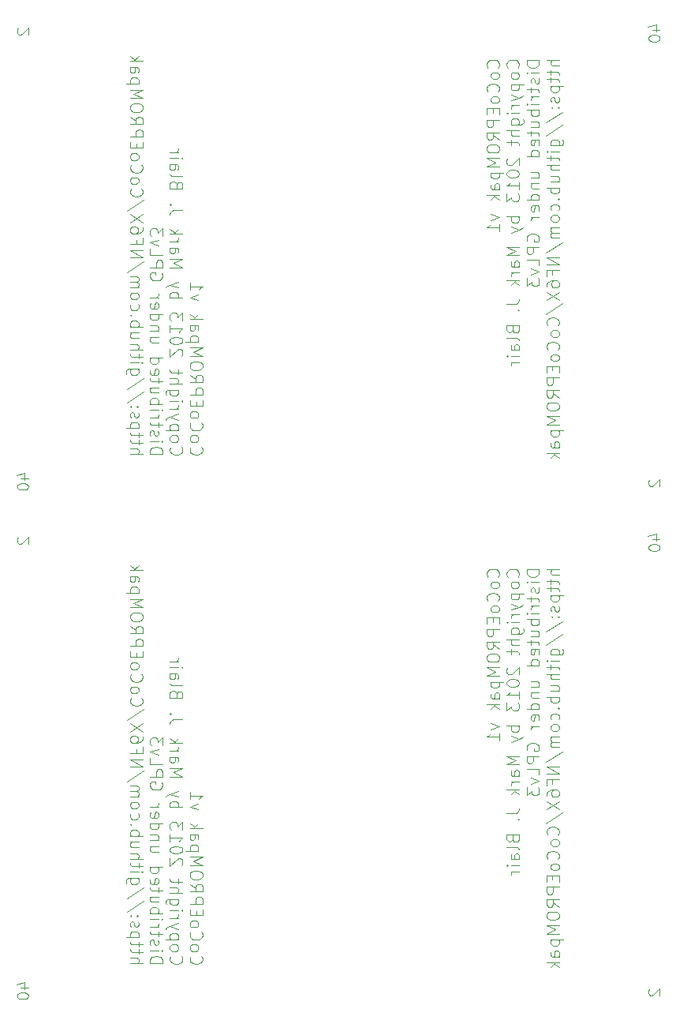
<source format=gbr>
%TF.GenerationSoftware,KiCad,Pcbnew,(5.1.10)-1*%
%TF.CreationDate,2022-10-07T13:26:38-03:00*%
%TF.ProjectId,CoCoEPROMpak,436f436f-4550-4524-9f4d-70616b2e6b69,rev?*%
%TF.SameCoordinates,Original*%
%TF.FileFunction,Legend,Bot*%
%TF.FilePolarity,Positive*%
%FSLAX46Y46*%
G04 Gerber Fmt 4.6, Leading zero omitted, Abs format (unit mm)*
G04 Created by KiCad (PCBNEW (5.1.10)-1) date 2022-10-07 13:26:38*
%MOMM*%
%LPD*%
G01*
G04 APERTURE LIST*
%ADD10C,0.113792*%
%ADD11C,0.101600*%
G04 APERTURE END LIST*
D10*
X143473424Y-44436758D02*
X143537770Y-44372411D01*
X143602117Y-44179371D01*
X143602117Y-44050678D01*
X143537770Y-43857638D01*
X143409077Y-43728944D01*
X143280384Y-43664598D01*
X143022997Y-43600251D01*
X142829957Y-43600251D01*
X142572570Y-43664598D01*
X142443877Y-43728944D01*
X142315184Y-43857638D01*
X142250837Y-44050678D01*
X142250837Y-44179371D01*
X142315184Y-44372411D01*
X142379530Y-44436758D01*
X143602117Y-45208918D02*
X143537770Y-45080224D01*
X143473424Y-45015878D01*
X143344730Y-44951531D01*
X142958650Y-44951531D01*
X142829957Y-45015878D01*
X142765610Y-45080224D01*
X142701264Y-45208918D01*
X142701264Y-45401958D01*
X142765610Y-45530651D01*
X142829957Y-45594998D01*
X142958650Y-45659344D01*
X143344730Y-45659344D01*
X143473424Y-45594998D01*
X143537770Y-45530651D01*
X143602117Y-45401958D01*
X143602117Y-45208918D01*
X143473424Y-47010624D02*
X143537770Y-46946278D01*
X143602117Y-46753238D01*
X143602117Y-46624544D01*
X143537770Y-46431504D01*
X143409077Y-46302811D01*
X143280384Y-46238464D01*
X143022997Y-46174118D01*
X142829957Y-46174118D01*
X142572570Y-46238464D01*
X142443877Y-46302811D01*
X142315184Y-46431504D01*
X142250837Y-46624544D01*
X142250837Y-46753238D01*
X142315184Y-46946278D01*
X142379530Y-47010624D01*
X143602117Y-47782784D02*
X143537770Y-47654091D01*
X143473424Y-47589744D01*
X143344730Y-47525398D01*
X142958650Y-47525398D01*
X142829957Y-47589744D01*
X142765610Y-47654091D01*
X142701264Y-47782784D01*
X142701264Y-47975824D01*
X142765610Y-48104518D01*
X142829957Y-48168864D01*
X142958650Y-48233211D01*
X143344730Y-48233211D01*
X143473424Y-48168864D01*
X143537770Y-48104518D01*
X143602117Y-47975824D01*
X143602117Y-47782784D01*
X142894304Y-48812331D02*
X142894304Y-49262758D01*
X143602117Y-49455798D02*
X143602117Y-48812331D01*
X142250837Y-48812331D01*
X142250837Y-49455798D01*
X143602117Y-50034918D02*
X142250837Y-50034918D01*
X142250837Y-50549691D01*
X142315184Y-50678384D01*
X142379530Y-50742731D01*
X142508224Y-50807078D01*
X142701264Y-50807078D01*
X142829957Y-50742731D01*
X142894304Y-50678384D01*
X142958650Y-50549691D01*
X142958650Y-50034918D01*
X143602117Y-52158358D02*
X142958650Y-51707931D01*
X143602117Y-51386198D02*
X142250837Y-51386198D01*
X142250837Y-51900971D01*
X142315184Y-52029664D01*
X142379530Y-52094011D01*
X142508224Y-52158358D01*
X142701264Y-52158358D01*
X142829957Y-52094011D01*
X142894304Y-52029664D01*
X142958650Y-51900971D01*
X142958650Y-51386198D01*
X142250837Y-52994864D02*
X142250837Y-53252251D01*
X142315184Y-53380944D01*
X142443877Y-53509638D01*
X142701264Y-53573984D01*
X143151690Y-53573984D01*
X143409077Y-53509638D01*
X143537770Y-53380944D01*
X143602117Y-53252251D01*
X143602117Y-52994864D01*
X143537770Y-52866171D01*
X143409077Y-52737478D01*
X143151690Y-52673131D01*
X142701264Y-52673131D01*
X142443877Y-52737478D01*
X142315184Y-52866171D01*
X142250837Y-52994864D01*
X143602117Y-54153104D02*
X142250837Y-54153104D01*
X143216037Y-54603531D01*
X142250837Y-55053958D01*
X143602117Y-55053958D01*
X142701264Y-55697424D02*
X144052544Y-55697424D01*
X142765610Y-55697424D02*
X142701264Y-55826118D01*
X142701264Y-56083504D01*
X142765610Y-56212198D01*
X142829957Y-56276544D01*
X142958650Y-56340891D01*
X143344730Y-56340891D01*
X143473424Y-56276544D01*
X143537770Y-56212198D01*
X143602117Y-56083504D01*
X143602117Y-55826118D01*
X143537770Y-55697424D01*
X143602117Y-57499131D02*
X142894304Y-57499131D01*
X142765610Y-57434784D01*
X142701264Y-57306091D01*
X142701264Y-57048704D01*
X142765610Y-56920011D01*
X143537770Y-57499131D02*
X143602117Y-57370438D01*
X143602117Y-57048704D01*
X143537770Y-56920011D01*
X143409077Y-56855664D01*
X143280384Y-56855664D01*
X143151690Y-56920011D01*
X143087344Y-57048704D01*
X143087344Y-57370438D01*
X143022997Y-57499131D01*
X143602117Y-58142598D02*
X142250837Y-58142598D01*
X143087344Y-58271291D02*
X143602117Y-58657371D01*
X142701264Y-58657371D02*
X143216037Y-58142598D01*
X142701264Y-60137344D02*
X143602117Y-60459078D01*
X142701264Y-60780811D01*
X143602117Y-62003398D02*
X143602117Y-61231238D01*
X143602117Y-61617318D02*
X142250837Y-61617318D01*
X142443877Y-61488624D01*
X142572570Y-61359931D01*
X142636917Y-61231238D01*
X145614136Y-44436758D02*
X145678482Y-44372411D01*
X145742829Y-44179371D01*
X145742829Y-44050678D01*
X145678482Y-43857638D01*
X145549789Y-43728944D01*
X145421096Y-43664598D01*
X145163709Y-43600251D01*
X144970669Y-43600251D01*
X144713282Y-43664598D01*
X144584589Y-43728944D01*
X144455896Y-43857638D01*
X144391549Y-44050678D01*
X144391549Y-44179371D01*
X144455896Y-44372411D01*
X144520242Y-44436758D01*
X145742829Y-45208918D02*
X145678482Y-45080224D01*
X145614136Y-45015878D01*
X145485442Y-44951531D01*
X145099362Y-44951531D01*
X144970669Y-45015878D01*
X144906322Y-45080224D01*
X144841976Y-45208918D01*
X144841976Y-45401958D01*
X144906322Y-45530651D01*
X144970669Y-45594998D01*
X145099362Y-45659344D01*
X145485442Y-45659344D01*
X145614136Y-45594998D01*
X145678482Y-45530651D01*
X145742829Y-45401958D01*
X145742829Y-45208918D01*
X144841976Y-46238464D02*
X146193256Y-46238464D01*
X144906322Y-46238464D02*
X144841976Y-46367158D01*
X144841976Y-46624544D01*
X144906322Y-46753238D01*
X144970669Y-46817584D01*
X145099362Y-46881931D01*
X145485442Y-46881931D01*
X145614136Y-46817584D01*
X145678482Y-46753238D01*
X145742829Y-46624544D01*
X145742829Y-46367158D01*
X145678482Y-46238464D01*
X144841976Y-47332358D02*
X145742829Y-47654091D01*
X144841976Y-47975824D02*
X145742829Y-47654091D01*
X146064562Y-47525398D01*
X146128909Y-47461051D01*
X146193256Y-47332358D01*
X145742829Y-48490598D02*
X144841976Y-48490598D01*
X145099362Y-48490598D02*
X144970669Y-48554944D01*
X144906322Y-48619291D01*
X144841976Y-48747984D01*
X144841976Y-48876678D01*
X145742829Y-49327104D02*
X144841976Y-49327104D01*
X144391549Y-49327104D02*
X144455896Y-49262758D01*
X144520242Y-49327104D01*
X144455896Y-49391451D01*
X144391549Y-49327104D01*
X144520242Y-49327104D01*
X144841976Y-50549691D02*
X145935869Y-50549691D01*
X146064562Y-50485344D01*
X146128909Y-50420998D01*
X146193256Y-50292304D01*
X146193256Y-50099264D01*
X146128909Y-49970571D01*
X145678482Y-50549691D02*
X145742829Y-50420998D01*
X145742829Y-50163611D01*
X145678482Y-50034918D01*
X145614136Y-49970571D01*
X145485442Y-49906224D01*
X145099362Y-49906224D01*
X144970669Y-49970571D01*
X144906322Y-50034918D01*
X144841976Y-50163611D01*
X144841976Y-50420998D01*
X144906322Y-50549691D01*
X145742829Y-51193158D02*
X144391549Y-51193158D01*
X145742829Y-51772278D02*
X145035016Y-51772278D01*
X144906322Y-51707931D01*
X144841976Y-51579238D01*
X144841976Y-51386198D01*
X144906322Y-51257504D01*
X144970669Y-51193158D01*
X144841976Y-52222704D02*
X144841976Y-52737478D01*
X144391549Y-52415744D02*
X145549789Y-52415744D01*
X145678482Y-52480091D01*
X145742829Y-52608784D01*
X145742829Y-52737478D01*
X144520242Y-54153104D02*
X144455896Y-54217451D01*
X144391549Y-54346144D01*
X144391549Y-54667878D01*
X144455896Y-54796571D01*
X144520242Y-54860918D01*
X144648936Y-54925264D01*
X144777629Y-54925264D01*
X144970669Y-54860918D01*
X145742829Y-54088758D01*
X145742829Y-54925264D01*
X144391549Y-55761771D02*
X144391549Y-55890464D01*
X144455896Y-56019158D01*
X144520242Y-56083504D01*
X144648936Y-56147851D01*
X144906322Y-56212198D01*
X145228056Y-56212198D01*
X145485442Y-56147851D01*
X145614136Y-56083504D01*
X145678482Y-56019158D01*
X145742829Y-55890464D01*
X145742829Y-55761771D01*
X145678482Y-55633078D01*
X145614136Y-55568731D01*
X145485442Y-55504384D01*
X145228056Y-55440038D01*
X144906322Y-55440038D01*
X144648936Y-55504384D01*
X144520242Y-55568731D01*
X144455896Y-55633078D01*
X144391549Y-55761771D01*
X145742829Y-57499131D02*
X145742829Y-56726971D01*
X145742829Y-57113051D02*
X144391549Y-57113051D01*
X144584589Y-56984358D01*
X144713282Y-56855664D01*
X144777629Y-56726971D01*
X144391549Y-57949558D02*
X144391549Y-58786064D01*
X144906322Y-58335638D01*
X144906322Y-58528678D01*
X144970669Y-58657371D01*
X145035016Y-58721718D01*
X145163709Y-58786064D01*
X145485442Y-58786064D01*
X145614136Y-58721718D01*
X145678482Y-58657371D01*
X145742829Y-58528678D01*
X145742829Y-58142598D01*
X145678482Y-58013904D01*
X145614136Y-57949558D01*
X145742829Y-60394731D02*
X144391549Y-60394731D01*
X144906322Y-60394731D02*
X144841976Y-60523424D01*
X144841976Y-60780811D01*
X144906322Y-60909504D01*
X144970669Y-60973851D01*
X145099362Y-61038198D01*
X145485442Y-61038198D01*
X145614136Y-60973851D01*
X145678482Y-60909504D01*
X145742829Y-60780811D01*
X145742829Y-60523424D01*
X145678482Y-60394731D01*
X144841976Y-61488624D02*
X145742829Y-61810358D01*
X144841976Y-62132091D02*
X145742829Y-61810358D01*
X146064562Y-61681664D01*
X146128909Y-61617318D01*
X146193256Y-61488624D01*
X145742829Y-63676411D02*
X144391549Y-63676411D01*
X145356749Y-64126838D01*
X144391549Y-64577264D01*
X145742829Y-64577264D01*
X145742829Y-65799851D02*
X145035016Y-65799851D01*
X144906322Y-65735504D01*
X144841976Y-65606811D01*
X144841976Y-65349424D01*
X144906322Y-65220731D01*
X145678482Y-65799851D02*
X145742829Y-65671158D01*
X145742829Y-65349424D01*
X145678482Y-65220731D01*
X145549789Y-65156384D01*
X145421096Y-65156384D01*
X145292402Y-65220731D01*
X145228056Y-65349424D01*
X145228056Y-65671158D01*
X145163709Y-65799851D01*
X145742829Y-66443318D02*
X144841976Y-66443318D01*
X145099362Y-66443318D02*
X144970669Y-66507664D01*
X144906322Y-66572011D01*
X144841976Y-66700704D01*
X144841976Y-66829398D01*
X145742829Y-67279824D02*
X144391549Y-67279824D01*
X145228056Y-67408518D02*
X145742829Y-67794598D01*
X144841976Y-67794598D02*
X145356749Y-67279824D01*
X144391549Y-69789344D02*
X145356749Y-69789344D01*
X145549789Y-69724998D01*
X145678482Y-69596304D01*
X145742829Y-69403264D01*
X145742829Y-69274571D01*
X145614136Y-70432811D02*
X145678482Y-70497158D01*
X145742829Y-70432811D01*
X145678482Y-70368464D01*
X145614136Y-70432811D01*
X145742829Y-70432811D01*
X145035016Y-72556251D02*
X145099362Y-72749291D01*
X145163709Y-72813638D01*
X145292402Y-72877984D01*
X145485442Y-72877984D01*
X145614136Y-72813638D01*
X145678482Y-72749291D01*
X145742829Y-72620598D01*
X145742829Y-72105824D01*
X144391549Y-72105824D01*
X144391549Y-72556251D01*
X144455896Y-72684944D01*
X144520242Y-72749291D01*
X144648936Y-72813638D01*
X144777629Y-72813638D01*
X144906322Y-72749291D01*
X144970669Y-72684944D01*
X145035016Y-72556251D01*
X145035016Y-72105824D01*
X145742829Y-73650144D02*
X145678482Y-73521451D01*
X145549789Y-73457104D01*
X144391549Y-73457104D01*
X145742829Y-74744038D02*
X145035016Y-74744038D01*
X144906322Y-74679691D01*
X144841976Y-74550998D01*
X144841976Y-74293611D01*
X144906322Y-74164918D01*
X145678482Y-74744038D02*
X145742829Y-74615344D01*
X145742829Y-74293611D01*
X145678482Y-74164918D01*
X145549789Y-74100571D01*
X145421096Y-74100571D01*
X145292402Y-74164918D01*
X145228056Y-74293611D01*
X145228056Y-74615344D01*
X145163709Y-74744038D01*
X145742829Y-75387504D02*
X144841976Y-75387504D01*
X144391549Y-75387504D02*
X144455896Y-75323158D01*
X144520242Y-75387504D01*
X144455896Y-75451851D01*
X144391549Y-75387504D01*
X144520242Y-75387504D01*
X145742829Y-76030971D02*
X144841976Y-76030971D01*
X145099362Y-76030971D02*
X144970669Y-76095318D01*
X144906322Y-76159664D01*
X144841976Y-76288358D01*
X144841976Y-76417051D01*
X147883541Y-43664598D02*
X146532261Y-43664598D01*
X146532261Y-43986331D01*
X146596608Y-44179371D01*
X146725301Y-44308064D01*
X146853994Y-44372411D01*
X147111381Y-44436758D01*
X147304421Y-44436758D01*
X147561808Y-44372411D01*
X147690501Y-44308064D01*
X147819194Y-44179371D01*
X147883541Y-43986331D01*
X147883541Y-43664598D01*
X147883541Y-45015878D02*
X146982688Y-45015878D01*
X146532261Y-45015878D02*
X146596608Y-44951531D01*
X146660954Y-45015878D01*
X146596608Y-45080224D01*
X146532261Y-45015878D01*
X146660954Y-45015878D01*
X147819194Y-45594998D02*
X147883541Y-45723691D01*
X147883541Y-45981078D01*
X147819194Y-46109771D01*
X147690501Y-46174118D01*
X147626154Y-46174118D01*
X147497461Y-46109771D01*
X147433114Y-45981078D01*
X147433114Y-45788038D01*
X147368768Y-45659344D01*
X147240074Y-45594998D01*
X147175728Y-45594998D01*
X147047034Y-45659344D01*
X146982688Y-45788038D01*
X146982688Y-45981078D01*
X147047034Y-46109771D01*
X146982688Y-46560198D02*
X146982688Y-47074971D01*
X146532261Y-46753238D02*
X147690501Y-46753238D01*
X147819194Y-46817584D01*
X147883541Y-46946278D01*
X147883541Y-47074971D01*
X147883541Y-47525398D02*
X146982688Y-47525398D01*
X147240074Y-47525398D02*
X147111381Y-47589744D01*
X147047034Y-47654091D01*
X146982688Y-47782784D01*
X146982688Y-47911478D01*
X147883541Y-48361904D02*
X146982688Y-48361904D01*
X146532261Y-48361904D02*
X146596608Y-48297558D01*
X146660954Y-48361904D01*
X146596608Y-48426251D01*
X146532261Y-48361904D01*
X146660954Y-48361904D01*
X147883541Y-49005371D02*
X146532261Y-49005371D01*
X147047034Y-49005371D02*
X146982688Y-49134064D01*
X146982688Y-49391451D01*
X147047034Y-49520144D01*
X147111381Y-49584491D01*
X147240074Y-49648838D01*
X147626154Y-49648838D01*
X147754848Y-49584491D01*
X147819194Y-49520144D01*
X147883541Y-49391451D01*
X147883541Y-49134064D01*
X147819194Y-49005371D01*
X146982688Y-50807078D02*
X147883541Y-50807078D01*
X146982688Y-50227958D02*
X147690501Y-50227958D01*
X147819194Y-50292304D01*
X147883541Y-50420998D01*
X147883541Y-50614038D01*
X147819194Y-50742731D01*
X147754848Y-50807078D01*
X146982688Y-51257504D02*
X146982688Y-51772278D01*
X146532261Y-51450544D02*
X147690501Y-51450544D01*
X147819194Y-51514891D01*
X147883541Y-51643584D01*
X147883541Y-51772278D01*
X147819194Y-52737478D02*
X147883541Y-52608784D01*
X147883541Y-52351398D01*
X147819194Y-52222704D01*
X147690501Y-52158358D01*
X147175728Y-52158358D01*
X147047034Y-52222704D01*
X146982688Y-52351398D01*
X146982688Y-52608784D01*
X147047034Y-52737478D01*
X147175728Y-52801824D01*
X147304421Y-52801824D01*
X147433114Y-52158358D01*
X147883541Y-53960064D02*
X146532261Y-53960064D01*
X147819194Y-53960064D02*
X147883541Y-53831371D01*
X147883541Y-53573984D01*
X147819194Y-53445291D01*
X147754848Y-53380944D01*
X147626154Y-53316598D01*
X147240074Y-53316598D01*
X147111381Y-53380944D01*
X147047034Y-53445291D01*
X146982688Y-53573984D01*
X146982688Y-53831371D01*
X147047034Y-53960064D01*
X146982688Y-56212198D02*
X147883541Y-56212198D01*
X146982688Y-55633078D02*
X147690501Y-55633078D01*
X147819194Y-55697424D01*
X147883541Y-55826118D01*
X147883541Y-56019158D01*
X147819194Y-56147851D01*
X147754848Y-56212198D01*
X146982688Y-56855664D02*
X147883541Y-56855664D01*
X147111381Y-56855664D02*
X147047034Y-56920011D01*
X146982688Y-57048704D01*
X146982688Y-57241744D01*
X147047034Y-57370438D01*
X147175728Y-57434784D01*
X147883541Y-57434784D01*
X147883541Y-58657371D02*
X146532261Y-58657371D01*
X147819194Y-58657371D02*
X147883541Y-58528678D01*
X147883541Y-58271291D01*
X147819194Y-58142598D01*
X147754848Y-58078251D01*
X147626154Y-58013904D01*
X147240074Y-58013904D01*
X147111381Y-58078251D01*
X147047034Y-58142598D01*
X146982688Y-58271291D01*
X146982688Y-58528678D01*
X147047034Y-58657371D01*
X147819194Y-59815611D02*
X147883541Y-59686918D01*
X147883541Y-59429531D01*
X147819194Y-59300838D01*
X147690501Y-59236491D01*
X147175728Y-59236491D01*
X147047034Y-59300838D01*
X146982688Y-59429531D01*
X146982688Y-59686918D01*
X147047034Y-59815611D01*
X147175728Y-59879958D01*
X147304421Y-59879958D01*
X147433114Y-59236491D01*
X147883541Y-60459078D02*
X146982688Y-60459078D01*
X147240074Y-60459078D02*
X147111381Y-60523424D01*
X147047034Y-60587771D01*
X146982688Y-60716464D01*
X146982688Y-60845158D01*
X146596608Y-63032944D02*
X146532261Y-62904251D01*
X146532261Y-62711211D01*
X146596608Y-62518171D01*
X146725301Y-62389478D01*
X146853994Y-62325131D01*
X147111381Y-62260784D01*
X147304421Y-62260784D01*
X147561808Y-62325131D01*
X147690501Y-62389478D01*
X147819194Y-62518171D01*
X147883541Y-62711211D01*
X147883541Y-62839904D01*
X147819194Y-63032944D01*
X147754848Y-63097291D01*
X147304421Y-63097291D01*
X147304421Y-62839904D01*
X147883541Y-63676411D02*
X146532261Y-63676411D01*
X146532261Y-64191184D01*
X146596608Y-64319878D01*
X146660954Y-64384224D01*
X146789648Y-64448571D01*
X146982688Y-64448571D01*
X147111381Y-64384224D01*
X147175728Y-64319878D01*
X147240074Y-64191184D01*
X147240074Y-63676411D01*
X147883541Y-65671158D02*
X147883541Y-65027691D01*
X146532261Y-65027691D01*
X146982688Y-65992891D02*
X147883541Y-66314624D01*
X146982688Y-66636358D01*
X146532261Y-67022438D02*
X146532261Y-67858944D01*
X147047034Y-67408518D01*
X147047034Y-67601558D01*
X147111381Y-67730251D01*
X147175728Y-67794598D01*
X147304421Y-67858944D01*
X147626154Y-67858944D01*
X147754848Y-67794598D01*
X147819194Y-67730251D01*
X147883541Y-67601558D01*
X147883541Y-67215478D01*
X147819194Y-67086784D01*
X147754848Y-67022438D01*
X150024253Y-43664598D02*
X148672973Y-43664598D01*
X150024253Y-44243718D02*
X149316440Y-44243718D01*
X149187746Y-44179371D01*
X149123400Y-44050678D01*
X149123400Y-43857638D01*
X149187746Y-43728944D01*
X149252093Y-43664598D01*
X149123400Y-44694144D02*
X149123400Y-45208918D01*
X148672973Y-44887184D02*
X149831213Y-44887184D01*
X149959906Y-44951531D01*
X150024253Y-45080224D01*
X150024253Y-45208918D01*
X149123400Y-45466304D02*
X149123400Y-45981078D01*
X148672973Y-45659344D02*
X149831213Y-45659344D01*
X149959906Y-45723691D01*
X150024253Y-45852384D01*
X150024253Y-45981078D01*
X149123400Y-46431504D02*
X150474680Y-46431504D01*
X149187746Y-46431504D02*
X149123400Y-46560198D01*
X149123400Y-46817584D01*
X149187746Y-46946278D01*
X149252093Y-47010624D01*
X149380786Y-47074971D01*
X149766866Y-47074971D01*
X149895560Y-47010624D01*
X149959906Y-46946278D01*
X150024253Y-46817584D01*
X150024253Y-46560198D01*
X149959906Y-46431504D01*
X149959906Y-47589744D02*
X150024253Y-47718438D01*
X150024253Y-47975824D01*
X149959906Y-48104518D01*
X149831213Y-48168864D01*
X149766866Y-48168864D01*
X149638173Y-48104518D01*
X149573826Y-47975824D01*
X149573826Y-47782784D01*
X149509480Y-47654091D01*
X149380786Y-47589744D01*
X149316440Y-47589744D01*
X149187746Y-47654091D01*
X149123400Y-47782784D01*
X149123400Y-47975824D01*
X149187746Y-48104518D01*
X149895560Y-48747984D02*
X149959906Y-48812331D01*
X150024253Y-48747984D01*
X149959906Y-48683638D01*
X149895560Y-48747984D01*
X150024253Y-48747984D01*
X149187746Y-48747984D02*
X149252093Y-48812331D01*
X149316440Y-48747984D01*
X149252093Y-48683638D01*
X149187746Y-48747984D01*
X149316440Y-48747984D01*
X148608626Y-50356651D02*
X150345986Y-49198411D01*
X148608626Y-51772278D02*
X150345986Y-50614038D01*
X149123400Y-52801824D02*
X150217293Y-52801824D01*
X150345986Y-52737478D01*
X150410333Y-52673131D01*
X150474680Y-52544438D01*
X150474680Y-52351398D01*
X150410333Y-52222704D01*
X149959906Y-52801824D02*
X150024253Y-52673131D01*
X150024253Y-52415744D01*
X149959906Y-52287051D01*
X149895560Y-52222704D01*
X149766866Y-52158358D01*
X149380786Y-52158358D01*
X149252093Y-52222704D01*
X149187746Y-52287051D01*
X149123400Y-52415744D01*
X149123400Y-52673131D01*
X149187746Y-52801824D01*
X150024253Y-53445291D02*
X149123400Y-53445291D01*
X148672973Y-53445291D02*
X148737320Y-53380944D01*
X148801666Y-53445291D01*
X148737320Y-53509638D01*
X148672973Y-53445291D01*
X148801666Y-53445291D01*
X149123400Y-53895718D02*
X149123400Y-54410491D01*
X148672973Y-54088758D02*
X149831213Y-54088758D01*
X149959906Y-54153104D01*
X150024253Y-54281798D01*
X150024253Y-54410491D01*
X150024253Y-54860918D02*
X148672973Y-54860918D01*
X150024253Y-55440038D02*
X149316440Y-55440038D01*
X149187746Y-55375691D01*
X149123400Y-55246998D01*
X149123400Y-55053958D01*
X149187746Y-54925264D01*
X149252093Y-54860918D01*
X149123400Y-56662624D02*
X150024253Y-56662624D01*
X149123400Y-56083504D02*
X149831213Y-56083504D01*
X149959906Y-56147851D01*
X150024253Y-56276544D01*
X150024253Y-56469584D01*
X149959906Y-56598278D01*
X149895560Y-56662624D01*
X150024253Y-57306091D02*
X148672973Y-57306091D01*
X149187746Y-57306091D02*
X149123400Y-57434784D01*
X149123400Y-57692171D01*
X149187746Y-57820864D01*
X149252093Y-57885211D01*
X149380786Y-57949558D01*
X149766866Y-57949558D01*
X149895560Y-57885211D01*
X149959906Y-57820864D01*
X150024253Y-57692171D01*
X150024253Y-57434784D01*
X149959906Y-57306091D01*
X149895560Y-58528678D02*
X149959906Y-58593024D01*
X150024253Y-58528678D01*
X149959906Y-58464331D01*
X149895560Y-58528678D01*
X150024253Y-58528678D01*
X149959906Y-59751264D02*
X150024253Y-59622571D01*
X150024253Y-59365184D01*
X149959906Y-59236491D01*
X149895560Y-59172144D01*
X149766866Y-59107798D01*
X149380786Y-59107798D01*
X149252093Y-59172144D01*
X149187746Y-59236491D01*
X149123400Y-59365184D01*
X149123400Y-59622571D01*
X149187746Y-59751264D01*
X150024253Y-60523424D02*
X149959906Y-60394731D01*
X149895560Y-60330384D01*
X149766866Y-60266038D01*
X149380786Y-60266038D01*
X149252093Y-60330384D01*
X149187746Y-60394731D01*
X149123400Y-60523424D01*
X149123400Y-60716464D01*
X149187746Y-60845158D01*
X149252093Y-60909504D01*
X149380786Y-60973851D01*
X149766866Y-60973851D01*
X149895560Y-60909504D01*
X149959906Y-60845158D01*
X150024253Y-60716464D01*
X150024253Y-60523424D01*
X150024253Y-61552971D02*
X149123400Y-61552971D01*
X149252093Y-61552971D02*
X149187746Y-61617318D01*
X149123400Y-61746011D01*
X149123400Y-61939051D01*
X149187746Y-62067744D01*
X149316440Y-62132091D01*
X150024253Y-62132091D01*
X149316440Y-62132091D02*
X149187746Y-62196438D01*
X149123400Y-62325131D01*
X149123400Y-62518171D01*
X149187746Y-62646864D01*
X149316440Y-62711211D01*
X150024253Y-62711211D01*
X148608626Y-64319878D02*
X150345986Y-63161638D01*
X150024253Y-64770304D02*
X148672973Y-64770304D01*
X150024253Y-65542464D01*
X148672973Y-65542464D01*
X149316440Y-66636358D02*
X149316440Y-66185931D01*
X150024253Y-66185931D02*
X148672973Y-66185931D01*
X148672973Y-66829398D01*
X148672973Y-67923291D02*
X148672973Y-67665904D01*
X148737320Y-67537211D01*
X148801666Y-67472864D01*
X148994706Y-67344171D01*
X149252093Y-67279824D01*
X149766866Y-67279824D01*
X149895560Y-67344171D01*
X149959906Y-67408518D01*
X150024253Y-67537211D01*
X150024253Y-67794598D01*
X149959906Y-67923291D01*
X149895560Y-67987638D01*
X149766866Y-68051984D01*
X149445133Y-68051984D01*
X149316440Y-67987638D01*
X149252093Y-67923291D01*
X149187746Y-67794598D01*
X149187746Y-67537211D01*
X149252093Y-67408518D01*
X149316440Y-67344171D01*
X149445133Y-67279824D01*
X148672973Y-68502411D02*
X150024253Y-69403264D01*
X148672973Y-69403264D02*
X150024253Y-68502411D01*
X148608626Y-70883238D02*
X150345986Y-69724998D01*
X149895560Y-72105824D02*
X149959906Y-72041478D01*
X150024253Y-71848438D01*
X150024253Y-71719744D01*
X149959906Y-71526704D01*
X149831213Y-71398011D01*
X149702520Y-71333664D01*
X149445133Y-71269318D01*
X149252093Y-71269318D01*
X148994706Y-71333664D01*
X148866013Y-71398011D01*
X148737320Y-71526704D01*
X148672973Y-71719744D01*
X148672973Y-71848438D01*
X148737320Y-72041478D01*
X148801666Y-72105824D01*
X150024253Y-72877984D02*
X149959906Y-72749291D01*
X149895560Y-72684944D01*
X149766866Y-72620598D01*
X149380786Y-72620598D01*
X149252093Y-72684944D01*
X149187746Y-72749291D01*
X149123400Y-72877984D01*
X149123400Y-73071024D01*
X149187746Y-73199718D01*
X149252093Y-73264064D01*
X149380786Y-73328411D01*
X149766866Y-73328411D01*
X149895560Y-73264064D01*
X149959906Y-73199718D01*
X150024253Y-73071024D01*
X150024253Y-72877984D01*
X149895560Y-74679691D02*
X149959906Y-74615344D01*
X150024253Y-74422304D01*
X150024253Y-74293611D01*
X149959906Y-74100571D01*
X149831213Y-73971878D01*
X149702520Y-73907531D01*
X149445133Y-73843184D01*
X149252093Y-73843184D01*
X148994706Y-73907531D01*
X148866013Y-73971878D01*
X148737320Y-74100571D01*
X148672973Y-74293611D01*
X148672973Y-74422304D01*
X148737320Y-74615344D01*
X148801666Y-74679691D01*
X150024253Y-75451851D02*
X149959906Y-75323158D01*
X149895560Y-75258811D01*
X149766866Y-75194464D01*
X149380786Y-75194464D01*
X149252093Y-75258811D01*
X149187746Y-75323158D01*
X149123400Y-75451851D01*
X149123400Y-75644891D01*
X149187746Y-75773584D01*
X149252093Y-75837931D01*
X149380786Y-75902278D01*
X149766866Y-75902278D01*
X149895560Y-75837931D01*
X149959906Y-75773584D01*
X150024253Y-75644891D01*
X150024253Y-75451851D01*
X149316440Y-76481398D02*
X149316440Y-76931824D01*
X150024253Y-77124864D02*
X150024253Y-76481398D01*
X148672973Y-76481398D01*
X148672973Y-77124864D01*
X150024253Y-77703984D02*
X148672973Y-77703984D01*
X148672973Y-78218758D01*
X148737320Y-78347451D01*
X148801666Y-78411798D01*
X148930360Y-78476144D01*
X149123400Y-78476144D01*
X149252093Y-78411798D01*
X149316440Y-78347451D01*
X149380786Y-78218758D01*
X149380786Y-77703984D01*
X150024253Y-79827424D02*
X149380786Y-79376998D01*
X150024253Y-79055264D02*
X148672973Y-79055264D01*
X148672973Y-79570038D01*
X148737320Y-79698731D01*
X148801666Y-79763078D01*
X148930360Y-79827424D01*
X149123400Y-79827424D01*
X149252093Y-79763078D01*
X149316440Y-79698731D01*
X149380786Y-79570038D01*
X149380786Y-79055264D01*
X148672973Y-80663931D02*
X148672973Y-80921318D01*
X148737320Y-81050011D01*
X148866013Y-81178704D01*
X149123400Y-81243051D01*
X149573826Y-81243051D01*
X149831213Y-81178704D01*
X149959906Y-81050011D01*
X150024253Y-80921318D01*
X150024253Y-80663931D01*
X149959906Y-80535238D01*
X149831213Y-80406544D01*
X149573826Y-80342198D01*
X149123400Y-80342198D01*
X148866013Y-80406544D01*
X148737320Y-80535238D01*
X148672973Y-80663931D01*
X150024253Y-81822171D02*
X148672973Y-81822171D01*
X149638173Y-82272598D01*
X148672973Y-82723024D01*
X150024253Y-82723024D01*
X149123400Y-83366491D02*
X150474680Y-83366491D01*
X149187746Y-83366491D02*
X149123400Y-83495184D01*
X149123400Y-83752571D01*
X149187746Y-83881264D01*
X149252093Y-83945611D01*
X149380786Y-84009958D01*
X149766866Y-84009958D01*
X149895560Y-83945611D01*
X149959906Y-83881264D01*
X150024253Y-83752571D01*
X150024253Y-83495184D01*
X149959906Y-83366491D01*
X150024253Y-85168198D02*
X149316440Y-85168198D01*
X149187746Y-85103851D01*
X149123400Y-84975158D01*
X149123400Y-84717771D01*
X149187746Y-84589078D01*
X149959906Y-85168198D02*
X150024253Y-85039504D01*
X150024253Y-84717771D01*
X149959906Y-84589078D01*
X149831213Y-84524731D01*
X149702520Y-84524731D01*
X149573826Y-84589078D01*
X149509480Y-84717771D01*
X149509480Y-85039504D01*
X149445133Y-85168198D01*
X150024253Y-85811664D02*
X148672973Y-85811664D01*
X149509480Y-85940358D02*
X150024253Y-86326438D01*
X149123400Y-86326438D02*
X149638173Y-85811664D01*
X143473424Y-99046758D02*
X143537770Y-98982411D01*
X143602117Y-98789371D01*
X143602117Y-98660678D01*
X143537770Y-98467638D01*
X143409077Y-98338944D01*
X143280384Y-98274598D01*
X143022997Y-98210251D01*
X142829957Y-98210251D01*
X142572570Y-98274598D01*
X142443877Y-98338944D01*
X142315184Y-98467638D01*
X142250837Y-98660678D01*
X142250837Y-98789371D01*
X142315184Y-98982411D01*
X142379530Y-99046758D01*
X143602117Y-99818918D02*
X143537770Y-99690224D01*
X143473424Y-99625878D01*
X143344730Y-99561531D01*
X142958650Y-99561531D01*
X142829957Y-99625878D01*
X142765610Y-99690224D01*
X142701264Y-99818918D01*
X142701264Y-100011958D01*
X142765610Y-100140651D01*
X142829957Y-100204998D01*
X142958650Y-100269344D01*
X143344730Y-100269344D01*
X143473424Y-100204998D01*
X143537770Y-100140651D01*
X143602117Y-100011958D01*
X143602117Y-99818918D01*
X143473424Y-101620624D02*
X143537770Y-101556278D01*
X143602117Y-101363238D01*
X143602117Y-101234544D01*
X143537770Y-101041504D01*
X143409077Y-100912811D01*
X143280384Y-100848464D01*
X143022997Y-100784118D01*
X142829957Y-100784118D01*
X142572570Y-100848464D01*
X142443877Y-100912811D01*
X142315184Y-101041504D01*
X142250837Y-101234544D01*
X142250837Y-101363238D01*
X142315184Y-101556278D01*
X142379530Y-101620624D01*
X143602117Y-102392784D02*
X143537770Y-102264091D01*
X143473424Y-102199744D01*
X143344730Y-102135398D01*
X142958650Y-102135398D01*
X142829957Y-102199744D01*
X142765610Y-102264091D01*
X142701264Y-102392784D01*
X142701264Y-102585824D01*
X142765610Y-102714518D01*
X142829957Y-102778864D01*
X142958650Y-102843211D01*
X143344730Y-102843211D01*
X143473424Y-102778864D01*
X143537770Y-102714518D01*
X143602117Y-102585824D01*
X143602117Y-102392784D01*
X142894304Y-103422331D02*
X142894304Y-103872758D01*
X143602117Y-104065798D02*
X143602117Y-103422331D01*
X142250837Y-103422331D01*
X142250837Y-104065798D01*
X143602117Y-104644918D02*
X142250837Y-104644918D01*
X142250837Y-105159691D01*
X142315184Y-105288384D01*
X142379530Y-105352731D01*
X142508224Y-105417078D01*
X142701264Y-105417078D01*
X142829957Y-105352731D01*
X142894304Y-105288384D01*
X142958650Y-105159691D01*
X142958650Y-104644918D01*
X143602117Y-106768358D02*
X142958650Y-106317931D01*
X143602117Y-105996198D02*
X142250837Y-105996198D01*
X142250837Y-106510971D01*
X142315184Y-106639664D01*
X142379530Y-106704011D01*
X142508224Y-106768358D01*
X142701264Y-106768358D01*
X142829957Y-106704011D01*
X142894304Y-106639664D01*
X142958650Y-106510971D01*
X142958650Y-105996198D01*
X142250837Y-107604864D02*
X142250837Y-107862251D01*
X142315184Y-107990944D01*
X142443877Y-108119638D01*
X142701264Y-108183984D01*
X143151690Y-108183984D01*
X143409077Y-108119638D01*
X143537770Y-107990944D01*
X143602117Y-107862251D01*
X143602117Y-107604864D01*
X143537770Y-107476171D01*
X143409077Y-107347478D01*
X143151690Y-107283131D01*
X142701264Y-107283131D01*
X142443877Y-107347478D01*
X142315184Y-107476171D01*
X142250837Y-107604864D01*
X143602117Y-108763104D02*
X142250837Y-108763104D01*
X143216037Y-109213531D01*
X142250837Y-109663958D01*
X143602117Y-109663958D01*
X142701264Y-110307424D02*
X144052544Y-110307424D01*
X142765610Y-110307424D02*
X142701264Y-110436118D01*
X142701264Y-110693504D01*
X142765610Y-110822198D01*
X142829957Y-110886544D01*
X142958650Y-110950891D01*
X143344730Y-110950891D01*
X143473424Y-110886544D01*
X143537770Y-110822198D01*
X143602117Y-110693504D01*
X143602117Y-110436118D01*
X143537770Y-110307424D01*
X143602117Y-112109131D02*
X142894304Y-112109131D01*
X142765610Y-112044784D01*
X142701264Y-111916091D01*
X142701264Y-111658704D01*
X142765610Y-111530011D01*
X143537770Y-112109131D02*
X143602117Y-111980438D01*
X143602117Y-111658704D01*
X143537770Y-111530011D01*
X143409077Y-111465664D01*
X143280384Y-111465664D01*
X143151690Y-111530011D01*
X143087344Y-111658704D01*
X143087344Y-111980438D01*
X143022997Y-112109131D01*
X143602117Y-112752598D02*
X142250837Y-112752598D01*
X143087344Y-112881291D02*
X143602117Y-113267371D01*
X142701264Y-113267371D02*
X143216037Y-112752598D01*
X142701264Y-114747344D02*
X143602117Y-115069078D01*
X142701264Y-115390811D01*
X143602117Y-116613398D02*
X143602117Y-115841238D01*
X143602117Y-116227318D02*
X142250837Y-116227318D01*
X142443877Y-116098624D01*
X142572570Y-115969931D01*
X142636917Y-115841238D01*
X145614136Y-99046758D02*
X145678482Y-98982411D01*
X145742829Y-98789371D01*
X145742829Y-98660678D01*
X145678482Y-98467638D01*
X145549789Y-98338944D01*
X145421096Y-98274598D01*
X145163709Y-98210251D01*
X144970669Y-98210251D01*
X144713282Y-98274598D01*
X144584589Y-98338944D01*
X144455896Y-98467638D01*
X144391549Y-98660678D01*
X144391549Y-98789371D01*
X144455896Y-98982411D01*
X144520242Y-99046758D01*
X145742829Y-99818918D02*
X145678482Y-99690224D01*
X145614136Y-99625878D01*
X145485442Y-99561531D01*
X145099362Y-99561531D01*
X144970669Y-99625878D01*
X144906322Y-99690224D01*
X144841976Y-99818918D01*
X144841976Y-100011958D01*
X144906322Y-100140651D01*
X144970669Y-100204998D01*
X145099362Y-100269344D01*
X145485442Y-100269344D01*
X145614136Y-100204998D01*
X145678482Y-100140651D01*
X145742829Y-100011958D01*
X145742829Y-99818918D01*
X144841976Y-100848464D02*
X146193256Y-100848464D01*
X144906322Y-100848464D02*
X144841976Y-100977158D01*
X144841976Y-101234544D01*
X144906322Y-101363238D01*
X144970669Y-101427584D01*
X145099362Y-101491931D01*
X145485442Y-101491931D01*
X145614136Y-101427584D01*
X145678482Y-101363238D01*
X145742829Y-101234544D01*
X145742829Y-100977158D01*
X145678482Y-100848464D01*
X144841976Y-101942358D02*
X145742829Y-102264091D01*
X144841976Y-102585824D02*
X145742829Y-102264091D01*
X146064562Y-102135398D01*
X146128909Y-102071051D01*
X146193256Y-101942358D01*
X145742829Y-103100598D02*
X144841976Y-103100598D01*
X145099362Y-103100598D02*
X144970669Y-103164944D01*
X144906322Y-103229291D01*
X144841976Y-103357984D01*
X144841976Y-103486678D01*
X145742829Y-103937104D02*
X144841976Y-103937104D01*
X144391549Y-103937104D02*
X144455896Y-103872758D01*
X144520242Y-103937104D01*
X144455896Y-104001451D01*
X144391549Y-103937104D01*
X144520242Y-103937104D01*
X144841976Y-105159691D02*
X145935869Y-105159691D01*
X146064562Y-105095344D01*
X146128909Y-105030998D01*
X146193256Y-104902304D01*
X146193256Y-104709264D01*
X146128909Y-104580571D01*
X145678482Y-105159691D02*
X145742829Y-105030998D01*
X145742829Y-104773611D01*
X145678482Y-104644918D01*
X145614136Y-104580571D01*
X145485442Y-104516224D01*
X145099362Y-104516224D01*
X144970669Y-104580571D01*
X144906322Y-104644918D01*
X144841976Y-104773611D01*
X144841976Y-105030998D01*
X144906322Y-105159691D01*
X145742829Y-105803158D02*
X144391549Y-105803158D01*
X145742829Y-106382278D02*
X145035016Y-106382278D01*
X144906322Y-106317931D01*
X144841976Y-106189238D01*
X144841976Y-105996198D01*
X144906322Y-105867504D01*
X144970669Y-105803158D01*
X144841976Y-106832704D02*
X144841976Y-107347478D01*
X144391549Y-107025744D02*
X145549789Y-107025744D01*
X145678482Y-107090091D01*
X145742829Y-107218784D01*
X145742829Y-107347478D01*
X144520242Y-108763104D02*
X144455896Y-108827451D01*
X144391549Y-108956144D01*
X144391549Y-109277878D01*
X144455896Y-109406571D01*
X144520242Y-109470918D01*
X144648936Y-109535264D01*
X144777629Y-109535264D01*
X144970669Y-109470918D01*
X145742829Y-108698758D01*
X145742829Y-109535264D01*
X144391549Y-110371771D02*
X144391549Y-110500464D01*
X144455896Y-110629158D01*
X144520242Y-110693504D01*
X144648936Y-110757851D01*
X144906322Y-110822198D01*
X145228056Y-110822198D01*
X145485442Y-110757851D01*
X145614136Y-110693504D01*
X145678482Y-110629158D01*
X145742829Y-110500464D01*
X145742829Y-110371771D01*
X145678482Y-110243078D01*
X145614136Y-110178731D01*
X145485442Y-110114384D01*
X145228056Y-110050038D01*
X144906322Y-110050038D01*
X144648936Y-110114384D01*
X144520242Y-110178731D01*
X144455896Y-110243078D01*
X144391549Y-110371771D01*
X145742829Y-112109131D02*
X145742829Y-111336971D01*
X145742829Y-111723051D02*
X144391549Y-111723051D01*
X144584589Y-111594358D01*
X144713282Y-111465664D01*
X144777629Y-111336971D01*
X144391549Y-112559558D02*
X144391549Y-113396064D01*
X144906322Y-112945638D01*
X144906322Y-113138678D01*
X144970669Y-113267371D01*
X145035016Y-113331718D01*
X145163709Y-113396064D01*
X145485442Y-113396064D01*
X145614136Y-113331718D01*
X145678482Y-113267371D01*
X145742829Y-113138678D01*
X145742829Y-112752598D01*
X145678482Y-112623904D01*
X145614136Y-112559558D01*
X145742829Y-115004731D02*
X144391549Y-115004731D01*
X144906322Y-115004731D02*
X144841976Y-115133424D01*
X144841976Y-115390811D01*
X144906322Y-115519504D01*
X144970669Y-115583851D01*
X145099362Y-115648198D01*
X145485442Y-115648198D01*
X145614136Y-115583851D01*
X145678482Y-115519504D01*
X145742829Y-115390811D01*
X145742829Y-115133424D01*
X145678482Y-115004731D01*
X144841976Y-116098624D02*
X145742829Y-116420358D01*
X144841976Y-116742091D02*
X145742829Y-116420358D01*
X146064562Y-116291664D01*
X146128909Y-116227318D01*
X146193256Y-116098624D01*
X145742829Y-118286411D02*
X144391549Y-118286411D01*
X145356749Y-118736838D01*
X144391549Y-119187264D01*
X145742829Y-119187264D01*
X145742829Y-120409851D02*
X145035016Y-120409851D01*
X144906322Y-120345504D01*
X144841976Y-120216811D01*
X144841976Y-119959424D01*
X144906322Y-119830731D01*
X145678482Y-120409851D02*
X145742829Y-120281158D01*
X145742829Y-119959424D01*
X145678482Y-119830731D01*
X145549789Y-119766384D01*
X145421096Y-119766384D01*
X145292402Y-119830731D01*
X145228056Y-119959424D01*
X145228056Y-120281158D01*
X145163709Y-120409851D01*
X145742829Y-121053318D02*
X144841976Y-121053318D01*
X145099362Y-121053318D02*
X144970669Y-121117664D01*
X144906322Y-121182011D01*
X144841976Y-121310704D01*
X144841976Y-121439398D01*
X145742829Y-121889824D02*
X144391549Y-121889824D01*
X145228056Y-122018518D02*
X145742829Y-122404598D01*
X144841976Y-122404598D02*
X145356749Y-121889824D01*
X144391549Y-124399344D02*
X145356749Y-124399344D01*
X145549789Y-124334998D01*
X145678482Y-124206304D01*
X145742829Y-124013264D01*
X145742829Y-123884571D01*
X145614136Y-125042811D02*
X145678482Y-125107158D01*
X145742829Y-125042811D01*
X145678482Y-124978464D01*
X145614136Y-125042811D01*
X145742829Y-125042811D01*
X145035016Y-127166251D02*
X145099362Y-127359291D01*
X145163709Y-127423638D01*
X145292402Y-127487984D01*
X145485442Y-127487984D01*
X145614136Y-127423638D01*
X145678482Y-127359291D01*
X145742829Y-127230598D01*
X145742829Y-126715824D01*
X144391549Y-126715824D01*
X144391549Y-127166251D01*
X144455896Y-127294944D01*
X144520242Y-127359291D01*
X144648936Y-127423638D01*
X144777629Y-127423638D01*
X144906322Y-127359291D01*
X144970669Y-127294944D01*
X145035016Y-127166251D01*
X145035016Y-126715824D01*
X145742829Y-128260144D02*
X145678482Y-128131451D01*
X145549789Y-128067104D01*
X144391549Y-128067104D01*
X145742829Y-129354038D02*
X145035016Y-129354038D01*
X144906322Y-129289691D01*
X144841976Y-129160998D01*
X144841976Y-128903611D01*
X144906322Y-128774918D01*
X145678482Y-129354038D02*
X145742829Y-129225344D01*
X145742829Y-128903611D01*
X145678482Y-128774918D01*
X145549789Y-128710571D01*
X145421096Y-128710571D01*
X145292402Y-128774918D01*
X145228056Y-128903611D01*
X145228056Y-129225344D01*
X145163709Y-129354038D01*
X145742829Y-129997504D02*
X144841976Y-129997504D01*
X144391549Y-129997504D02*
X144455896Y-129933158D01*
X144520242Y-129997504D01*
X144455896Y-130061851D01*
X144391549Y-129997504D01*
X144520242Y-129997504D01*
X145742829Y-130640971D02*
X144841976Y-130640971D01*
X145099362Y-130640971D02*
X144970669Y-130705318D01*
X144906322Y-130769664D01*
X144841976Y-130898358D01*
X144841976Y-131027051D01*
X147883541Y-98274598D02*
X146532261Y-98274598D01*
X146532261Y-98596331D01*
X146596608Y-98789371D01*
X146725301Y-98918064D01*
X146853994Y-98982411D01*
X147111381Y-99046758D01*
X147304421Y-99046758D01*
X147561808Y-98982411D01*
X147690501Y-98918064D01*
X147819194Y-98789371D01*
X147883541Y-98596331D01*
X147883541Y-98274598D01*
X147883541Y-99625878D02*
X146982688Y-99625878D01*
X146532261Y-99625878D02*
X146596608Y-99561531D01*
X146660954Y-99625878D01*
X146596608Y-99690224D01*
X146532261Y-99625878D01*
X146660954Y-99625878D01*
X147819194Y-100204998D02*
X147883541Y-100333691D01*
X147883541Y-100591078D01*
X147819194Y-100719771D01*
X147690501Y-100784118D01*
X147626154Y-100784118D01*
X147497461Y-100719771D01*
X147433114Y-100591078D01*
X147433114Y-100398038D01*
X147368768Y-100269344D01*
X147240074Y-100204998D01*
X147175728Y-100204998D01*
X147047034Y-100269344D01*
X146982688Y-100398038D01*
X146982688Y-100591078D01*
X147047034Y-100719771D01*
X146982688Y-101170198D02*
X146982688Y-101684971D01*
X146532261Y-101363238D02*
X147690501Y-101363238D01*
X147819194Y-101427584D01*
X147883541Y-101556278D01*
X147883541Y-101684971D01*
X147883541Y-102135398D02*
X146982688Y-102135398D01*
X147240074Y-102135398D02*
X147111381Y-102199744D01*
X147047034Y-102264091D01*
X146982688Y-102392784D01*
X146982688Y-102521478D01*
X147883541Y-102971904D02*
X146982688Y-102971904D01*
X146532261Y-102971904D02*
X146596608Y-102907558D01*
X146660954Y-102971904D01*
X146596608Y-103036251D01*
X146532261Y-102971904D01*
X146660954Y-102971904D01*
X147883541Y-103615371D02*
X146532261Y-103615371D01*
X147047034Y-103615371D02*
X146982688Y-103744064D01*
X146982688Y-104001451D01*
X147047034Y-104130144D01*
X147111381Y-104194491D01*
X147240074Y-104258838D01*
X147626154Y-104258838D01*
X147754848Y-104194491D01*
X147819194Y-104130144D01*
X147883541Y-104001451D01*
X147883541Y-103744064D01*
X147819194Y-103615371D01*
X146982688Y-105417078D02*
X147883541Y-105417078D01*
X146982688Y-104837958D02*
X147690501Y-104837958D01*
X147819194Y-104902304D01*
X147883541Y-105030998D01*
X147883541Y-105224038D01*
X147819194Y-105352731D01*
X147754848Y-105417078D01*
X146982688Y-105867504D02*
X146982688Y-106382278D01*
X146532261Y-106060544D02*
X147690501Y-106060544D01*
X147819194Y-106124891D01*
X147883541Y-106253584D01*
X147883541Y-106382278D01*
X147819194Y-107347478D02*
X147883541Y-107218784D01*
X147883541Y-106961398D01*
X147819194Y-106832704D01*
X147690501Y-106768358D01*
X147175728Y-106768358D01*
X147047034Y-106832704D01*
X146982688Y-106961398D01*
X146982688Y-107218784D01*
X147047034Y-107347478D01*
X147175728Y-107411824D01*
X147304421Y-107411824D01*
X147433114Y-106768358D01*
X147883541Y-108570064D02*
X146532261Y-108570064D01*
X147819194Y-108570064D02*
X147883541Y-108441371D01*
X147883541Y-108183984D01*
X147819194Y-108055291D01*
X147754848Y-107990944D01*
X147626154Y-107926598D01*
X147240074Y-107926598D01*
X147111381Y-107990944D01*
X147047034Y-108055291D01*
X146982688Y-108183984D01*
X146982688Y-108441371D01*
X147047034Y-108570064D01*
X146982688Y-110822198D02*
X147883541Y-110822198D01*
X146982688Y-110243078D02*
X147690501Y-110243078D01*
X147819194Y-110307424D01*
X147883541Y-110436118D01*
X147883541Y-110629158D01*
X147819194Y-110757851D01*
X147754848Y-110822198D01*
X146982688Y-111465664D02*
X147883541Y-111465664D01*
X147111381Y-111465664D02*
X147047034Y-111530011D01*
X146982688Y-111658704D01*
X146982688Y-111851744D01*
X147047034Y-111980438D01*
X147175728Y-112044784D01*
X147883541Y-112044784D01*
X147883541Y-113267371D02*
X146532261Y-113267371D01*
X147819194Y-113267371D02*
X147883541Y-113138678D01*
X147883541Y-112881291D01*
X147819194Y-112752598D01*
X147754848Y-112688251D01*
X147626154Y-112623904D01*
X147240074Y-112623904D01*
X147111381Y-112688251D01*
X147047034Y-112752598D01*
X146982688Y-112881291D01*
X146982688Y-113138678D01*
X147047034Y-113267371D01*
X147819194Y-114425611D02*
X147883541Y-114296918D01*
X147883541Y-114039531D01*
X147819194Y-113910838D01*
X147690501Y-113846491D01*
X147175728Y-113846491D01*
X147047034Y-113910838D01*
X146982688Y-114039531D01*
X146982688Y-114296918D01*
X147047034Y-114425611D01*
X147175728Y-114489958D01*
X147304421Y-114489958D01*
X147433114Y-113846491D01*
X147883541Y-115069078D02*
X146982688Y-115069078D01*
X147240074Y-115069078D02*
X147111381Y-115133424D01*
X147047034Y-115197771D01*
X146982688Y-115326464D01*
X146982688Y-115455158D01*
X146596608Y-117642944D02*
X146532261Y-117514251D01*
X146532261Y-117321211D01*
X146596608Y-117128171D01*
X146725301Y-116999478D01*
X146853994Y-116935131D01*
X147111381Y-116870784D01*
X147304421Y-116870784D01*
X147561808Y-116935131D01*
X147690501Y-116999478D01*
X147819194Y-117128171D01*
X147883541Y-117321211D01*
X147883541Y-117449904D01*
X147819194Y-117642944D01*
X147754848Y-117707291D01*
X147304421Y-117707291D01*
X147304421Y-117449904D01*
X147883541Y-118286411D02*
X146532261Y-118286411D01*
X146532261Y-118801184D01*
X146596608Y-118929878D01*
X146660954Y-118994224D01*
X146789648Y-119058571D01*
X146982688Y-119058571D01*
X147111381Y-118994224D01*
X147175728Y-118929878D01*
X147240074Y-118801184D01*
X147240074Y-118286411D01*
X147883541Y-120281158D02*
X147883541Y-119637691D01*
X146532261Y-119637691D01*
X146982688Y-120602891D02*
X147883541Y-120924624D01*
X146982688Y-121246358D01*
X146532261Y-121632438D02*
X146532261Y-122468944D01*
X147047034Y-122018518D01*
X147047034Y-122211558D01*
X147111381Y-122340251D01*
X147175728Y-122404598D01*
X147304421Y-122468944D01*
X147626154Y-122468944D01*
X147754848Y-122404598D01*
X147819194Y-122340251D01*
X147883541Y-122211558D01*
X147883541Y-121825478D01*
X147819194Y-121696784D01*
X147754848Y-121632438D01*
X150024253Y-98274598D02*
X148672973Y-98274598D01*
X150024253Y-98853718D02*
X149316440Y-98853718D01*
X149187746Y-98789371D01*
X149123400Y-98660678D01*
X149123400Y-98467638D01*
X149187746Y-98338944D01*
X149252093Y-98274598D01*
X149123400Y-99304144D02*
X149123400Y-99818918D01*
X148672973Y-99497184D02*
X149831213Y-99497184D01*
X149959906Y-99561531D01*
X150024253Y-99690224D01*
X150024253Y-99818918D01*
X149123400Y-100076304D02*
X149123400Y-100591078D01*
X148672973Y-100269344D02*
X149831213Y-100269344D01*
X149959906Y-100333691D01*
X150024253Y-100462384D01*
X150024253Y-100591078D01*
X149123400Y-101041504D02*
X150474680Y-101041504D01*
X149187746Y-101041504D02*
X149123400Y-101170198D01*
X149123400Y-101427584D01*
X149187746Y-101556278D01*
X149252093Y-101620624D01*
X149380786Y-101684971D01*
X149766866Y-101684971D01*
X149895560Y-101620624D01*
X149959906Y-101556278D01*
X150024253Y-101427584D01*
X150024253Y-101170198D01*
X149959906Y-101041504D01*
X149959906Y-102199744D02*
X150024253Y-102328438D01*
X150024253Y-102585824D01*
X149959906Y-102714518D01*
X149831213Y-102778864D01*
X149766866Y-102778864D01*
X149638173Y-102714518D01*
X149573826Y-102585824D01*
X149573826Y-102392784D01*
X149509480Y-102264091D01*
X149380786Y-102199744D01*
X149316440Y-102199744D01*
X149187746Y-102264091D01*
X149123400Y-102392784D01*
X149123400Y-102585824D01*
X149187746Y-102714518D01*
X149895560Y-103357984D02*
X149959906Y-103422331D01*
X150024253Y-103357984D01*
X149959906Y-103293638D01*
X149895560Y-103357984D01*
X150024253Y-103357984D01*
X149187746Y-103357984D02*
X149252093Y-103422331D01*
X149316440Y-103357984D01*
X149252093Y-103293638D01*
X149187746Y-103357984D01*
X149316440Y-103357984D01*
X148608626Y-104966651D02*
X150345986Y-103808411D01*
X148608626Y-106382278D02*
X150345986Y-105224038D01*
X149123400Y-107411824D02*
X150217293Y-107411824D01*
X150345986Y-107347478D01*
X150410333Y-107283131D01*
X150474680Y-107154438D01*
X150474680Y-106961398D01*
X150410333Y-106832704D01*
X149959906Y-107411824D02*
X150024253Y-107283131D01*
X150024253Y-107025744D01*
X149959906Y-106897051D01*
X149895560Y-106832704D01*
X149766866Y-106768358D01*
X149380786Y-106768358D01*
X149252093Y-106832704D01*
X149187746Y-106897051D01*
X149123400Y-107025744D01*
X149123400Y-107283131D01*
X149187746Y-107411824D01*
X150024253Y-108055291D02*
X149123400Y-108055291D01*
X148672973Y-108055291D02*
X148737320Y-107990944D01*
X148801666Y-108055291D01*
X148737320Y-108119638D01*
X148672973Y-108055291D01*
X148801666Y-108055291D01*
X149123400Y-108505718D02*
X149123400Y-109020491D01*
X148672973Y-108698758D02*
X149831213Y-108698758D01*
X149959906Y-108763104D01*
X150024253Y-108891798D01*
X150024253Y-109020491D01*
X150024253Y-109470918D02*
X148672973Y-109470918D01*
X150024253Y-110050038D02*
X149316440Y-110050038D01*
X149187746Y-109985691D01*
X149123400Y-109856998D01*
X149123400Y-109663958D01*
X149187746Y-109535264D01*
X149252093Y-109470918D01*
X149123400Y-111272624D02*
X150024253Y-111272624D01*
X149123400Y-110693504D02*
X149831213Y-110693504D01*
X149959906Y-110757851D01*
X150024253Y-110886544D01*
X150024253Y-111079584D01*
X149959906Y-111208278D01*
X149895560Y-111272624D01*
X150024253Y-111916091D02*
X148672973Y-111916091D01*
X149187746Y-111916091D02*
X149123400Y-112044784D01*
X149123400Y-112302171D01*
X149187746Y-112430864D01*
X149252093Y-112495211D01*
X149380786Y-112559558D01*
X149766866Y-112559558D01*
X149895560Y-112495211D01*
X149959906Y-112430864D01*
X150024253Y-112302171D01*
X150024253Y-112044784D01*
X149959906Y-111916091D01*
X149895560Y-113138678D02*
X149959906Y-113203024D01*
X150024253Y-113138678D01*
X149959906Y-113074331D01*
X149895560Y-113138678D01*
X150024253Y-113138678D01*
X149959906Y-114361264D02*
X150024253Y-114232571D01*
X150024253Y-113975184D01*
X149959906Y-113846491D01*
X149895560Y-113782144D01*
X149766866Y-113717798D01*
X149380786Y-113717798D01*
X149252093Y-113782144D01*
X149187746Y-113846491D01*
X149123400Y-113975184D01*
X149123400Y-114232571D01*
X149187746Y-114361264D01*
X150024253Y-115133424D02*
X149959906Y-115004731D01*
X149895560Y-114940384D01*
X149766866Y-114876038D01*
X149380786Y-114876038D01*
X149252093Y-114940384D01*
X149187746Y-115004731D01*
X149123400Y-115133424D01*
X149123400Y-115326464D01*
X149187746Y-115455158D01*
X149252093Y-115519504D01*
X149380786Y-115583851D01*
X149766866Y-115583851D01*
X149895560Y-115519504D01*
X149959906Y-115455158D01*
X150024253Y-115326464D01*
X150024253Y-115133424D01*
X150024253Y-116162971D02*
X149123400Y-116162971D01*
X149252093Y-116162971D02*
X149187746Y-116227318D01*
X149123400Y-116356011D01*
X149123400Y-116549051D01*
X149187746Y-116677744D01*
X149316440Y-116742091D01*
X150024253Y-116742091D01*
X149316440Y-116742091D02*
X149187746Y-116806438D01*
X149123400Y-116935131D01*
X149123400Y-117128171D01*
X149187746Y-117256864D01*
X149316440Y-117321211D01*
X150024253Y-117321211D01*
X148608626Y-118929878D02*
X150345986Y-117771638D01*
X150024253Y-119380304D02*
X148672973Y-119380304D01*
X150024253Y-120152464D01*
X148672973Y-120152464D01*
X149316440Y-121246358D02*
X149316440Y-120795931D01*
X150024253Y-120795931D02*
X148672973Y-120795931D01*
X148672973Y-121439398D01*
X148672973Y-122533291D02*
X148672973Y-122275904D01*
X148737320Y-122147211D01*
X148801666Y-122082864D01*
X148994706Y-121954171D01*
X149252093Y-121889824D01*
X149766866Y-121889824D01*
X149895560Y-121954171D01*
X149959906Y-122018518D01*
X150024253Y-122147211D01*
X150024253Y-122404598D01*
X149959906Y-122533291D01*
X149895560Y-122597638D01*
X149766866Y-122661984D01*
X149445133Y-122661984D01*
X149316440Y-122597638D01*
X149252093Y-122533291D01*
X149187746Y-122404598D01*
X149187746Y-122147211D01*
X149252093Y-122018518D01*
X149316440Y-121954171D01*
X149445133Y-121889824D01*
X148672973Y-123112411D02*
X150024253Y-124013264D01*
X148672973Y-124013264D02*
X150024253Y-123112411D01*
X148608626Y-125493238D02*
X150345986Y-124334998D01*
X149895560Y-126715824D02*
X149959906Y-126651478D01*
X150024253Y-126458438D01*
X150024253Y-126329744D01*
X149959906Y-126136704D01*
X149831213Y-126008011D01*
X149702520Y-125943664D01*
X149445133Y-125879318D01*
X149252093Y-125879318D01*
X148994706Y-125943664D01*
X148866013Y-126008011D01*
X148737320Y-126136704D01*
X148672973Y-126329744D01*
X148672973Y-126458438D01*
X148737320Y-126651478D01*
X148801666Y-126715824D01*
X150024253Y-127487984D02*
X149959906Y-127359291D01*
X149895560Y-127294944D01*
X149766866Y-127230598D01*
X149380786Y-127230598D01*
X149252093Y-127294944D01*
X149187746Y-127359291D01*
X149123400Y-127487984D01*
X149123400Y-127681024D01*
X149187746Y-127809718D01*
X149252093Y-127874064D01*
X149380786Y-127938411D01*
X149766866Y-127938411D01*
X149895560Y-127874064D01*
X149959906Y-127809718D01*
X150024253Y-127681024D01*
X150024253Y-127487984D01*
X149895560Y-129289691D02*
X149959906Y-129225344D01*
X150024253Y-129032304D01*
X150024253Y-128903611D01*
X149959906Y-128710571D01*
X149831213Y-128581878D01*
X149702520Y-128517531D01*
X149445133Y-128453184D01*
X149252093Y-128453184D01*
X148994706Y-128517531D01*
X148866013Y-128581878D01*
X148737320Y-128710571D01*
X148672973Y-128903611D01*
X148672973Y-129032304D01*
X148737320Y-129225344D01*
X148801666Y-129289691D01*
X150024253Y-130061851D02*
X149959906Y-129933158D01*
X149895560Y-129868811D01*
X149766866Y-129804464D01*
X149380786Y-129804464D01*
X149252093Y-129868811D01*
X149187746Y-129933158D01*
X149123400Y-130061851D01*
X149123400Y-130254891D01*
X149187746Y-130383584D01*
X149252093Y-130447931D01*
X149380786Y-130512278D01*
X149766866Y-130512278D01*
X149895560Y-130447931D01*
X149959906Y-130383584D01*
X150024253Y-130254891D01*
X150024253Y-130061851D01*
X149316440Y-131091398D02*
X149316440Y-131541824D01*
X150024253Y-131734864D02*
X150024253Y-131091398D01*
X148672973Y-131091398D01*
X148672973Y-131734864D01*
X150024253Y-132313984D02*
X148672973Y-132313984D01*
X148672973Y-132828758D01*
X148737320Y-132957451D01*
X148801666Y-133021798D01*
X148930360Y-133086144D01*
X149123400Y-133086144D01*
X149252093Y-133021798D01*
X149316440Y-132957451D01*
X149380786Y-132828758D01*
X149380786Y-132313984D01*
X150024253Y-134437424D02*
X149380786Y-133986998D01*
X150024253Y-133665264D02*
X148672973Y-133665264D01*
X148672973Y-134180038D01*
X148737320Y-134308731D01*
X148801666Y-134373078D01*
X148930360Y-134437424D01*
X149123400Y-134437424D01*
X149252093Y-134373078D01*
X149316440Y-134308731D01*
X149380786Y-134180038D01*
X149380786Y-133665264D01*
X148672973Y-135273931D02*
X148672973Y-135531318D01*
X148737320Y-135660011D01*
X148866013Y-135788704D01*
X149123400Y-135853051D01*
X149573826Y-135853051D01*
X149831213Y-135788704D01*
X149959906Y-135660011D01*
X150024253Y-135531318D01*
X150024253Y-135273931D01*
X149959906Y-135145238D01*
X149831213Y-135016544D01*
X149573826Y-134952198D01*
X149123400Y-134952198D01*
X148866013Y-135016544D01*
X148737320Y-135145238D01*
X148672973Y-135273931D01*
X150024253Y-136432171D02*
X148672973Y-136432171D01*
X149638173Y-136882598D01*
X148672973Y-137333024D01*
X150024253Y-137333024D01*
X149123400Y-137976491D02*
X150474680Y-137976491D01*
X149187746Y-137976491D02*
X149123400Y-138105184D01*
X149123400Y-138362571D01*
X149187746Y-138491264D01*
X149252093Y-138555611D01*
X149380786Y-138619958D01*
X149766866Y-138619958D01*
X149895560Y-138555611D01*
X149959906Y-138491264D01*
X150024253Y-138362571D01*
X150024253Y-138105184D01*
X149959906Y-137976491D01*
X150024253Y-139778198D02*
X149316440Y-139778198D01*
X149187746Y-139713851D01*
X149123400Y-139585158D01*
X149123400Y-139327771D01*
X149187746Y-139199078D01*
X149959906Y-139778198D02*
X150024253Y-139649504D01*
X150024253Y-139327771D01*
X149959906Y-139199078D01*
X149831213Y-139134731D01*
X149702520Y-139134731D01*
X149573826Y-139199078D01*
X149509480Y-139327771D01*
X149509480Y-139649504D01*
X149445133Y-139778198D01*
X150024253Y-140421664D02*
X148672973Y-140421664D01*
X149509480Y-140550358D02*
X150024253Y-140936438D01*
X149123400Y-140936438D02*
X149638173Y-140421664D01*
X110526576Y-139713241D02*
X110462229Y-139777588D01*
X110397882Y-139970628D01*
X110397882Y-140099321D01*
X110462229Y-140292361D01*
X110590922Y-140421055D01*
X110719616Y-140485401D01*
X110977002Y-140549748D01*
X111170042Y-140549748D01*
X111427429Y-140485401D01*
X111556122Y-140421055D01*
X111684816Y-140292361D01*
X111749162Y-140099321D01*
X111749162Y-139970628D01*
X111684816Y-139777588D01*
X111620469Y-139713241D01*
X110397882Y-138941081D02*
X110462229Y-139069775D01*
X110526576Y-139134121D01*
X110655269Y-139198468D01*
X111041349Y-139198468D01*
X111170042Y-139134121D01*
X111234389Y-139069775D01*
X111298736Y-138941081D01*
X111298736Y-138748041D01*
X111234389Y-138619348D01*
X111170042Y-138555001D01*
X111041349Y-138490655D01*
X110655269Y-138490655D01*
X110526576Y-138555001D01*
X110462229Y-138619348D01*
X110397882Y-138748041D01*
X110397882Y-138941081D01*
X110526576Y-137139375D02*
X110462229Y-137203721D01*
X110397882Y-137396761D01*
X110397882Y-137525455D01*
X110462229Y-137718495D01*
X110590922Y-137847188D01*
X110719616Y-137911535D01*
X110977002Y-137975881D01*
X111170042Y-137975881D01*
X111427429Y-137911535D01*
X111556122Y-137847188D01*
X111684816Y-137718495D01*
X111749162Y-137525455D01*
X111749162Y-137396761D01*
X111684816Y-137203721D01*
X111620469Y-137139375D01*
X110397882Y-136367215D02*
X110462229Y-136495908D01*
X110526576Y-136560255D01*
X110655269Y-136624601D01*
X111041349Y-136624601D01*
X111170042Y-136560255D01*
X111234389Y-136495908D01*
X111298736Y-136367215D01*
X111298736Y-136174175D01*
X111234389Y-136045481D01*
X111170042Y-135981135D01*
X111041349Y-135916788D01*
X110655269Y-135916788D01*
X110526576Y-135981135D01*
X110462229Y-136045481D01*
X110397882Y-136174175D01*
X110397882Y-136367215D01*
X111105696Y-135337668D02*
X111105696Y-134887241D01*
X110397882Y-134694201D02*
X110397882Y-135337668D01*
X111749162Y-135337668D01*
X111749162Y-134694201D01*
X110397882Y-134115081D02*
X111749162Y-134115081D01*
X111749162Y-133600308D01*
X111684816Y-133471615D01*
X111620469Y-133407268D01*
X111491776Y-133342921D01*
X111298736Y-133342921D01*
X111170042Y-133407268D01*
X111105696Y-133471615D01*
X111041349Y-133600308D01*
X111041349Y-134115081D01*
X110397882Y-131991641D02*
X111041349Y-132442068D01*
X110397882Y-132763801D02*
X111749162Y-132763801D01*
X111749162Y-132249028D01*
X111684816Y-132120335D01*
X111620469Y-132055988D01*
X111491776Y-131991641D01*
X111298736Y-131991641D01*
X111170042Y-132055988D01*
X111105696Y-132120335D01*
X111041349Y-132249028D01*
X111041349Y-132763801D01*
X111749162Y-131155135D02*
X111749162Y-130897748D01*
X111684816Y-130769055D01*
X111556122Y-130640361D01*
X111298736Y-130576015D01*
X110848309Y-130576015D01*
X110590922Y-130640361D01*
X110462229Y-130769055D01*
X110397882Y-130897748D01*
X110397882Y-131155135D01*
X110462229Y-131283828D01*
X110590922Y-131412521D01*
X110848309Y-131476868D01*
X111298736Y-131476868D01*
X111556122Y-131412521D01*
X111684816Y-131283828D01*
X111749162Y-131155135D01*
X110397882Y-129996895D02*
X111749162Y-129996895D01*
X110783962Y-129546468D01*
X111749162Y-129096041D01*
X110397882Y-129096041D01*
X111298736Y-128452575D02*
X109947456Y-128452575D01*
X111234389Y-128452575D02*
X111298736Y-128323881D01*
X111298736Y-128066495D01*
X111234389Y-127937801D01*
X111170042Y-127873455D01*
X111041349Y-127809108D01*
X110655269Y-127809108D01*
X110526576Y-127873455D01*
X110462229Y-127937801D01*
X110397882Y-128066495D01*
X110397882Y-128323881D01*
X110462229Y-128452575D01*
X110397882Y-126650868D02*
X111105696Y-126650868D01*
X111234389Y-126715215D01*
X111298736Y-126843908D01*
X111298736Y-127101295D01*
X111234389Y-127229988D01*
X110462229Y-126650868D02*
X110397882Y-126779561D01*
X110397882Y-127101295D01*
X110462229Y-127229988D01*
X110590922Y-127294335D01*
X110719616Y-127294335D01*
X110848309Y-127229988D01*
X110912656Y-127101295D01*
X110912656Y-126779561D01*
X110977002Y-126650868D01*
X110397882Y-126007401D02*
X111749162Y-126007401D01*
X110912656Y-125878708D02*
X110397882Y-125492628D01*
X111298736Y-125492628D02*
X110783962Y-126007401D01*
X111298736Y-124012655D02*
X110397882Y-123690921D01*
X111298736Y-123369188D01*
X110397882Y-122146601D02*
X110397882Y-122918761D01*
X110397882Y-122532681D02*
X111749162Y-122532681D01*
X111556122Y-122661375D01*
X111427429Y-122790068D01*
X111363082Y-122918761D01*
X108385864Y-139713241D02*
X108321517Y-139777588D01*
X108257170Y-139970628D01*
X108257170Y-140099321D01*
X108321517Y-140292361D01*
X108450210Y-140421055D01*
X108578904Y-140485401D01*
X108836290Y-140549748D01*
X109029330Y-140549748D01*
X109286717Y-140485401D01*
X109415410Y-140421055D01*
X109544104Y-140292361D01*
X109608450Y-140099321D01*
X109608450Y-139970628D01*
X109544104Y-139777588D01*
X109479757Y-139713241D01*
X108257170Y-138941081D02*
X108321517Y-139069775D01*
X108385864Y-139134121D01*
X108514557Y-139198468D01*
X108900637Y-139198468D01*
X109029330Y-139134121D01*
X109093677Y-139069775D01*
X109158024Y-138941081D01*
X109158024Y-138748041D01*
X109093677Y-138619348D01*
X109029330Y-138555001D01*
X108900637Y-138490655D01*
X108514557Y-138490655D01*
X108385864Y-138555001D01*
X108321517Y-138619348D01*
X108257170Y-138748041D01*
X108257170Y-138941081D01*
X109158024Y-137911535D02*
X107806744Y-137911535D01*
X109093677Y-137911535D02*
X109158024Y-137782841D01*
X109158024Y-137525455D01*
X109093677Y-137396761D01*
X109029330Y-137332415D01*
X108900637Y-137268068D01*
X108514557Y-137268068D01*
X108385864Y-137332415D01*
X108321517Y-137396761D01*
X108257170Y-137525455D01*
X108257170Y-137782841D01*
X108321517Y-137911535D01*
X109158024Y-136817641D02*
X108257170Y-136495908D01*
X109158024Y-136174175D02*
X108257170Y-136495908D01*
X107935437Y-136624601D01*
X107871090Y-136688948D01*
X107806744Y-136817641D01*
X108257170Y-135659401D02*
X109158024Y-135659401D01*
X108900637Y-135659401D02*
X109029330Y-135595055D01*
X109093677Y-135530708D01*
X109158024Y-135402015D01*
X109158024Y-135273321D01*
X108257170Y-134822895D02*
X109158024Y-134822895D01*
X109608450Y-134822895D02*
X109544104Y-134887241D01*
X109479757Y-134822895D01*
X109544104Y-134758548D01*
X109608450Y-134822895D01*
X109479757Y-134822895D01*
X109158024Y-133600308D02*
X108064130Y-133600308D01*
X107935437Y-133664655D01*
X107871090Y-133729001D01*
X107806744Y-133857695D01*
X107806744Y-134050735D01*
X107871090Y-134179428D01*
X108321517Y-133600308D02*
X108257170Y-133729001D01*
X108257170Y-133986388D01*
X108321517Y-134115081D01*
X108385864Y-134179428D01*
X108514557Y-134243775D01*
X108900637Y-134243775D01*
X109029330Y-134179428D01*
X109093677Y-134115081D01*
X109158024Y-133986388D01*
X109158024Y-133729001D01*
X109093677Y-133600308D01*
X108257170Y-132956841D02*
X109608450Y-132956841D01*
X108257170Y-132377721D02*
X108964984Y-132377721D01*
X109093677Y-132442068D01*
X109158024Y-132570761D01*
X109158024Y-132763801D01*
X109093677Y-132892495D01*
X109029330Y-132956841D01*
X109158024Y-131927295D02*
X109158024Y-131412521D01*
X109608450Y-131734255D02*
X108450210Y-131734255D01*
X108321517Y-131669908D01*
X108257170Y-131541215D01*
X108257170Y-131412521D01*
X109479757Y-129996895D02*
X109544104Y-129932548D01*
X109608450Y-129803855D01*
X109608450Y-129482121D01*
X109544104Y-129353428D01*
X109479757Y-129289081D01*
X109351064Y-129224735D01*
X109222370Y-129224735D01*
X109029330Y-129289081D01*
X108257170Y-130061241D01*
X108257170Y-129224735D01*
X109608450Y-128388228D02*
X109608450Y-128259535D01*
X109544104Y-128130841D01*
X109479757Y-128066495D01*
X109351064Y-128002148D01*
X109093677Y-127937801D01*
X108771944Y-127937801D01*
X108514557Y-128002148D01*
X108385864Y-128066495D01*
X108321517Y-128130841D01*
X108257170Y-128259535D01*
X108257170Y-128388228D01*
X108321517Y-128516921D01*
X108385864Y-128581268D01*
X108514557Y-128645615D01*
X108771944Y-128709961D01*
X109093677Y-128709961D01*
X109351064Y-128645615D01*
X109479757Y-128581268D01*
X109544104Y-128516921D01*
X109608450Y-128388228D01*
X108257170Y-126650868D02*
X108257170Y-127423028D01*
X108257170Y-127036948D02*
X109608450Y-127036948D01*
X109415410Y-127165641D01*
X109286717Y-127294335D01*
X109222370Y-127423028D01*
X109608450Y-126200441D02*
X109608450Y-125363935D01*
X109093677Y-125814361D01*
X109093677Y-125621321D01*
X109029330Y-125492628D01*
X108964984Y-125428281D01*
X108836290Y-125363935D01*
X108514557Y-125363935D01*
X108385864Y-125428281D01*
X108321517Y-125492628D01*
X108257170Y-125621321D01*
X108257170Y-126007401D01*
X108321517Y-126136095D01*
X108385864Y-126200441D01*
X108257170Y-123755268D02*
X109608450Y-123755268D01*
X109093677Y-123755268D02*
X109158024Y-123626575D01*
X109158024Y-123369188D01*
X109093677Y-123240495D01*
X109029330Y-123176148D01*
X108900637Y-123111801D01*
X108514557Y-123111801D01*
X108385864Y-123176148D01*
X108321517Y-123240495D01*
X108257170Y-123369188D01*
X108257170Y-123626575D01*
X108321517Y-123755268D01*
X109158024Y-122661375D02*
X108257170Y-122339641D01*
X109158024Y-122017908D02*
X108257170Y-122339641D01*
X107935437Y-122468335D01*
X107871090Y-122532681D01*
X107806744Y-122661375D01*
X108257170Y-120473588D02*
X109608450Y-120473588D01*
X108643250Y-120023161D01*
X109608450Y-119572735D01*
X108257170Y-119572735D01*
X108257170Y-118350148D02*
X108964984Y-118350148D01*
X109093677Y-118414495D01*
X109158024Y-118543188D01*
X109158024Y-118800575D01*
X109093677Y-118929268D01*
X108321517Y-118350148D02*
X108257170Y-118478841D01*
X108257170Y-118800575D01*
X108321517Y-118929268D01*
X108450210Y-118993615D01*
X108578904Y-118993615D01*
X108707597Y-118929268D01*
X108771944Y-118800575D01*
X108771944Y-118478841D01*
X108836290Y-118350148D01*
X108257170Y-117706681D02*
X109158024Y-117706681D01*
X108900637Y-117706681D02*
X109029330Y-117642335D01*
X109093677Y-117577988D01*
X109158024Y-117449295D01*
X109158024Y-117320601D01*
X108257170Y-116870175D02*
X109608450Y-116870175D01*
X108771944Y-116741481D02*
X108257170Y-116355401D01*
X109158024Y-116355401D02*
X108643250Y-116870175D01*
X109608450Y-114360655D02*
X108643250Y-114360655D01*
X108450210Y-114425001D01*
X108321517Y-114553695D01*
X108257170Y-114746735D01*
X108257170Y-114875428D01*
X108385864Y-113717188D02*
X108321517Y-113652841D01*
X108257170Y-113717188D01*
X108321517Y-113781535D01*
X108385864Y-113717188D01*
X108257170Y-113717188D01*
X108964984Y-111593748D02*
X108900637Y-111400708D01*
X108836290Y-111336361D01*
X108707597Y-111272015D01*
X108514557Y-111272015D01*
X108385864Y-111336361D01*
X108321517Y-111400708D01*
X108257170Y-111529401D01*
X108257170Y-112044175D01*
X109608450Y-112044175D01*
X109608450Y-111593748D01*
X109544104Y-111465055D01*
X109479757Y-111400708D01*
X109351064Y-111336361D01*
X109222370Y-111336361D01*
X109093677Y-111400708D01*
X109029330Y-111465055D01*
X108964984Y-111593748D01*
X108964984Y-112044175D01*
X108257170Y-110499855D02*
X108321517Y-110628548D01*
X108450210Y-110692895D01*
X109608450Y-110692895D01*
X108257170Y-109405961D02*
X108964984Y-109405961D01*
X109093677Y-109470308D01*
X109158024Y-109599001D01*
X109158024Y-109856388D01*
X109093677Y-109985081D01*
X108321517Y-109405961D02*
X108257170Y-109534655D01*
X108257170Y-109856388D01*
X108321517Y-109985081D01*
X108450210Y-110049428D01*
X108578904Y-110049428D01*
X108707597Y-109985081D01*
X108771944Y-109856388D01*
X108771944Y-109534655D01*
X108836290Y-109405961D01*
X108257170Y-108762495D02*
X109158024Y-108762495D01*
X109608450Y-108762495D02*
X109544104Y-108826841D01*
X109479757Y-108762495D01*
X109544104Y-108698148D01*
X109608450Y-108762495D01*
X109479757Y-108762495D01*
X108257170Y-108119028D02*
X109158024Y-108119028D01*
X108900637Y-108119028D02*
X109029330Y-108054681D01*
X109093677Y-107990335D01*
X109158024Y-107861641D01*
X109158024Y-107732948D01*
X106116458Y-140485401D02*
X107467738Y-140485401D01*
X107467738Y-140163668D01*
X107403392Y-139970628D01*
X107274698Y-139841935D01*
X107146005Y-139777588D01*
X106888618Y-139713241D01*
X106695578Y-139713241D01*
X106438192Y-139777588D01*
X106309498Y-139841935D01*
X106180805Y-139970628D01*
X106116458Y-140163668D01*
X106116458Y-140485401D01*
X106116458Y-139134121D02*
X107017312Y-139134121D01*
X107467738Y-139134121D02*
X107403392Y-139198468D01*
X107339045Y-139134121D01*
X107403392Y-139069775D01*
X107467738Y-139134121D01*
X107339045Y-139134121D01*
X106180805Y-138555001D02*
X106116458Y-138426308D01*
X106116458Y-138168921D01*
X106180805Y-138040228D01*
X106309498Y-137975881D01*
X106373845Y-137975881D01*
X106502538Y-138040228D01*
X106566885Y-138168921D01*
X106566885Y-138361961D01*
X106631232Y-138490655D01*
X106759925Y-138555001D01*
X106824272Y-138555001D01*
X106952965Y-138490655D01*
X107017312Y-138361961D01*
X107017312Y-138168921D01*
X106952965Y-138040228D01*
X107017312Y-137589801D02*
X107017312Y-137075028D01*
X107467738Y-137396761D02*
X106309498Y-137396761D01*
X106180805Y-137332415D01*
X106116458Y-137203721D01*
X106116458Y-137075028D01*
X106116458Y-136624601D02*
X107017312Y-136624601D01*
X106759925Y-136624601D02*
X106888618Y-136560255D01*
X106952965Y-136495908D01*
X107017312Y-136367215D01*
X107017312Y-136238521D01*
X106116458Y-135788095D02*
X107017312Y-135788095D01*
X107467738Y-135788095D02*
X107403392Y-135852441D01*
X107339045Y-135788095D01*
X107403392Y-135723748D01*
X107467738Y-135788095D01*
X107339045Y-135788095D01*
X106116458Y-135144628D02*
X107467738Y-135144628D01*
X106952965Y-135144628D02*
X107017312Y-135015935D01*
X107017312Y-134758548D01*
X106952965Y-134629855D01*
X106888618Y-134565508D01*
X106759925Y-134501161D01*
X106373845Y-134501161D01*
X106245152Y-134565508D01*
X106180805Y-134629855D01*
X106116458Y-134758548D01*
X106116458Y-135015935D01*
X106180805Y-135144628D01*
X107017312Y-133342921D02*
X106116458Y-133342921D01*
X107017312Y-133922041D02*
X106309498Y-133922041D01*
X106180805Y-133857695D01*
X106116458Y-133729001D01*
X106116458Y-133535961D01*
X106180805Y-133407268D01*
X106245152Y-133342921D01*
X107017312Y-132892495D02*
X107017312Y-132377721D01*
X107467738Y-132699455D02*
X106309498Y-132699455D01*
X106180805Y-132635108D01*
X106116458Y-132506415D01*
X106116458Y-132377721D01*
X106180805Y-131412521D02*
X106116458Y-131541215D01*
X106116458Y-131798601D01*
X106180805Y-131927295D01*
X106309498Y-131991641D01*
X106824272Y-131991641D01*
X106952965Y-131927295D01*
X107017312Y-131798601D01*
X107017312Y-131541215D01*
X106952965Y-131412521D01*
X106824272Y-131348175D01*
X106695578Y-131348175D01*
X106566885Y-131991641D01*
X106116458Y-130189935D02*
X107467738Y-130189935D01*
X106180805Y-130189935D02*
X106116458Y-130318628D01*
X106116458Y-130576015D01*
X106180805Y-130704708D01*
X106245152Y-130769055D01*
X106373845Y-130833401D01*
X106759925Y-130833401D01*
X106888618Y-130769055D01*
X106952965Y-130704708D01*
X107017312Y-130576015D01*
X107017312Y-130318628D01*
X106952965Y-130189935D01*
X107017312Y-127937801D02*
X106116458Y-127937801D01*
X107017312Y-128516921D02*
X106309498Y-128516921D01*
X106180805Y-128452575D01*
X106116458Y-128323881D01*
X106116458Y-128130841D01*
X106180805Y-128002148D01*
X106245152Y-127937801D01*
X107017312Y-127294335D02*
X106116458Y-127294335D01*
X106888618Y-127294335D02*
X106952965Y-127229988D01*
X107017312Y-127101295D01*
X107017312Y-126908255D01*
X106952965Y-126779561D01*
X106824272Y-126715215D01*
X106116458Y-126715215D01*
X106116458Y-125492628D02*
X107467738Y-125492628D01*
X106180805Y-125492628D02*
X106116458Y-125621321D01*
X106116458Y-125878708D01*
X106180805Y-126007401D01*
X106245152Y-126071748D01*
X106373845Y-126136095D01*
X106759925Y-126136095D01*
X106888618Y-126071748D01*
X106952965Y-126007401D01*
X107017312Y-125878708D01*
X107017312Y-125621321D01*
X106952965Y-125492628D01*
X106180805Y-124334388D02*
X106116458Y-124463081D01*
X106116458Y-124720468D01*
X106180805Y-124849161D01*
X106309498Y-124913508D01*
X106824272Y-124913508D01*
X106952965Y-124849161D01*
X107017312Y-124720468D01*
X107017312Y-124463081D01*
X106952965Y-124334388D01*
X106824272Y-124270041D01*
X106695578Y-124270041D01*
X106566885Y-124913508D01*
X106116458Y-123690921D02*
X107017312Y-123690921D01*
X106759925Y-123690921D02*
X106888618Y-123626575D01*
X106952965Y-123562228D01*
X107017312Y-123433535D01*
X107017312Y-123304841D01*
X107403392Y-121117055D02*
X107467738Y-121245748D01*
X107467738Y-121438788D01*
X107403392Y-121631828D01*
X107274698Y-121760521D01*
X107146005Y-121824868D01*
X106888618Y-121889215D01*
X106695578Y-121889215D01*
X106438192Y-121824868D01*
X106309498Y-121760521D01*
X106180805Y-121631828D01*
X106116458Y-121438788D01*
X106116458Y-121310095D01*
X106180805Y-121117055D01*
X106245152Y-121052708D01*
X106695578Y-121052708D01*
X106695578Y-121310095D01*
X106116458Y-120473588D02*
X107467738Y-120473588D01*
X107467738Y-119958815D01*
X107403392Y-119830121D01*
X107339045Y-119765775D01*
X107210352Y-119701428D01*
X107017312Y-119701428D01*
X106888618Y-119765775D01*
X106824272Y-119830121D01*
X106759925Y-119958815D01*
X106759925Y-120473588D01*
X106116458Y-118478841D02*
X106116458Y-119122308D01*
X107467738Y-119122308D01*
X107017312Y-118157108D02*
X106116458Y-117835375D01*
X107017312Y-117513641D01*
X107467738Y-117127561D02*
X107467738Y-116291055D01*
X106952965Y-116741481D01*
X106952965Y-116548441D01*
X106888618Y-116419748D01*
X106824272Y-116355401D01*
X106695578Y-116291055D01*
X106373845Y-116291055D01*
X106245152Y-116355401D01*
X106180805Y-116419748D01*
X106116458Y-116548441D01*
X106116458Y-116934521D01*
X106180805Y-117063215D01*
X106245152Y-117127561D01*
X103975746Y-140485401D02*
X105327026Y-140485401D01*
X103975746Y-139906281D02*
X104683560Y-139906281D01*
X104812253Y-139970628D01*
X104876600Y-140099321D01*
X104876600Y-140292361D01*
X104812253Y-140421055D01*
X104747906Y-140485401D01*
X104876600Y-139455855D02*
X104876600Y-138941081D01*
X105327026Y-139262815D02*
X104168786Y-139262815D01*
X104040093Y-139198468D01*
X103975746Y-139069775D01*
X103975746Y-138941081D01*
X104876600Y-138683695D02*
X104876600Y-138168921D01*
X105327026Y-138490655D02*
X104168786Y-138490655D01*
X104040093Y-138426308D01*
X103975746Y-138297615D01*
X103975746Y-138168921D01*
X104876600Y-137718495D02*
X103525320Y-137718495D01*
X104812253Y-137718495D02*
X104876600Y-137589801D01*
X104876600Y-137332415D01*
X104812253Y-137203721D01*
X104747906Y-137139375D01*
X104619213Y-137075028D01*
X104233133Y-137075028D01*
X104104440Y-137139375D01*
X104040093Y-137203721D01*
X103975746Y-137332415D01*
X103975746Y-137589801D01*
X104040093Y-137718495D01*
X104040093Y-136560255D02*
X103975746Y-136431561D01*
X103975746Y-136174175D01*
X104040093Y-136045481D01*
X104168786Y-135981135D01*
X104233133Y-135981135D01*
X104361826Y-136045481D01*
X104426173Y-136174175D01*
X104426173Y-136367215D01*
X104490520Y-136495908D01*
X104619213Y-136560255D01*
X104683560Y-136560255D01*
X104812253Y-136495908D01*
X104876600Y-136367215D01*
X104876600Y-136174175D01*
X104812253Y-136045481D01*
X104104440Y-135402015D02*
X104040093Y-135337668D01*
X103975746Y-135402015D01*
X104040093Y-135466361D01*
X104104440Y-135402015D01*
X103975746Y-135402015D01*
X104812253Y-135402015D02*
X104747906Y-135337668D01*
X104683560Y-135402015D01*
X104747906Y-135466361D01*
X104812253Y-135402015D01*
X104683560Y-135402015D01*
X105391373Y-133793348D02*
X103654013Y-134951588D01*
X105391373Y-132377721D02*
X103654013Y-133535961D01*
X104876600Y-131348175D02*
X103782706Y-131348175D01*
X103654013Y-131412521D01*
X103589666Y-131476868D01*
X103525320Y-131605561D01*
X103525320Y-131798601D01*
X103589666Y-131927295D01*
X104040093Y-131348175D02*
X103975746Y-131476868D01*
X103975746Y-131734255D01*
X104040093Y-131862948D01*
X104104440Y-131927295D01*
X104233133Y-131991641D01*
X104619213Y-131991641D01*
X104747906Y-131927295D01*
X104812253Y-131862948D01*
X104876600Y-131734255D01*
X104876600Y-131476868D01*
X104812253Y-131348175D01*
X103975746Y-130704708D02*
X104876600Y-130704708D01*
X105327026Y-130704708D02*
X105262680Y-130769055D01*
X105198333Y-130704708D01*
X105262680Y-130640361D01*
X105327026Y-130704708D01*
X105198333Y-130704708D01*
X104876600Y-130254281D02*
X104876600Y-129739508D01*
X105327026Y-130061241D02*
X104168786Y-130061241D01*
X104040093Y-129996895D01*
X103975746Y-129868201D01*
X103975746Y-129739508D01*
X103975746Y-129289081D02*
X105327026Y-129289081D01*
X103975746Y-128709961D02*
X104683560Y-128709961D01*
X104812253Y-128774308D01*
X104876600Y-128903001D01*
X104876600Y-129096041D01*
X104812253Y-129224735D01*
X104747906Y-129289081D01*
X104876600Y-127487375D02*
X103975746Y-127487375D01*
X104876600Y-128066495D02*
X104168786Y-128066495D01*
X104040093Y-128002148D01*
X103975746Y-127873455D01*
X103975746Y-127680415D01*
X104040093Y-127551721D01*
X104104440Y-127487375D01*
X103975746Y-126843908D02*
X105327026Y-126843908D01*
X104812253Y-126843908D02*
X104876600Y-126715215D01*
X104876600Y-126457828D01*
X104812253Y-126329135D01*
X104747906Y-126264788D01*
X104619213Y-126200441D01*
X104233133Y-126200441D01*
X104104440Y-126264788D01*
X104040093Y-126329135D01*
X103975746Y-126457828D01*
X103975746Y-126715215D01*
X104040093Y-126843908D01*
X104104440Y-125621321D02*
X104040093Y-125556975D01*
X103975746Y-125621321D01*
X104040093Y-125685668D01*
X104104440Y-125621321D01*
X103975746Y-125621321D01*
X104040093Y-124398735D02*
X103975746Y-124527428D01*
X103975746Y-124784815D01*
X104040093Y-124913508D01*
X104104440Y-124977855D01*
X104233133Y-125042201D01*
X104619213Y-125042201D01*
X104747906Y-124977855D01*
X104812253Y-124913508D01*
X104876600Y-124784815D01*
X104876600Y-124527428D01*
X104812253Y-124398735D01*
X103975746Y-123626575D02*
X104040093Y-123755268D01*
X104104440Y-123819615D01*
X104233133Y-123883961D01*
X104619213Y-123883961D01*
X104747906Y-123819615D01*
X104812253Y-123755268D01*
X104876600Y-123626575D01*
X104876600Y-123433535D01*
X104812253Y-123304841D01*
X104747906Y-123240495D01*
X104619213Y-123176148D01*
X104233133Y-123176148D01*
X104104440Y-123240495D01*
X104040093Y-123304841D01*
X103975746Y-123433535D01*
X103975746Y-123626575D01*
X103975746Y-122597028D02*
X104876600Y-122597028D01*
X104747906Y-122597028D02*
X104812253Y-122532681D01*
X104876600Y-122403988D01*
X104876600Y-122210948D01*
X104812253Y-122082255D01*
X104683560Y-122017908D01*
X103975746Y-122017908D01*
X104683560Y-122017908D02*
X104812253Y-121953561D01*
X104876600Y-121824868D01*
X104876600Y-121631828D01*
X104812253Y-121503135D01*
X104683560Y-121438788D01*
X103975746Y-121438788D01*
X105391373Y-119830121D02*
X103654013Y-120988361D01*
X103975746Y-119379695D02*
X105327026Y-119379695D01*
X103975746Y-118607535D01*
X105327026Y-118607535D01*
X104683560Y-117513641D02*
X104683560Y-117964068D01*
X103975746Y-117964068D02*
X105327026Y-117964068D01*
X105327026Y-117320601D01*
X105327026Y-116226708D02*
X105327026Y-116484095D01*
X105262680Y-116612788D01*
X105198333Y-116677135D01*
X105005293Y-116805828D01*
X104747906Y-116870175D01*
X104233133Y-116870175D01*
X104104440Y-116805828D01*
X104040093Y-116741481D01*
X103975746Y-116612788D01*
X103975746Y-116355401D01*
X104040093Y-116226708D01*
X104104440Y-116162361D01*
X104233133Y-116098015D01*
X104554866Y-116098015D01*
X104683560Y-116162361D01*
X104747906Y-116226708D01*
X104812253Y-116355401D01*
X104812253Y-116612788D01*
X104747906Y-116741481D01*
X104683560Y-116805828D01*
X104554866Y-116870175D01*
X105327026Y-115647588D02*
X103975746Y-114746735D01*
X105327026Y-114746735D02*
X103975746Y-115647588D01*
X105391373Y-113266761D02*
X103654013Y-114425001D01*
X104104440Y-112044175D02*
X104040093Y-112108521D01*
X103975746Y-112301561D01*
X103975746Y-112430255D01*
X104040093Y-112623295D01*
X104168786Y-112751988D01*
X104297480Y-112816335D01*
X104554866Y-112880681D01*
X104747906Y-112880681D01*
X105005293Y-112816335D01*
X105133986Y-112751988D01*
X105262680Y-112623295D01*
X105327026Y-112430255D01*
X105327026Y-112301561D01*
X105262680Y-112108521D01*
X105198333Y-112044175D01*
X103975746Y-111272015D02*
X104040093Y-111400708D01*
X104104440Y-111465055D01*
X104233133Y-111529401D01*
X104619213Y-111529401D01*
X104747906Y-111465055D01*
X104812253Y-111400708D01*
X104876600Y-111272015D01*
X104876600Y-111078975D01*
X104812253Y-110950281D01*
X104747906Y-110885935D01*
X104619213Y-110821588D01*
X104233133Y-110821588D01*
X104104440Y-110885935D01*
X104040093Y-110950281D01*
X103975746Y-111078975D01*
X103975746Y-111272015D01*
X104104440Y-109470308D02*
X104040093Y-109534655D01*
X103975746Y-109727695D01*
X103975746Y-109856388D01*
X104040093Y-110049428D01*
X104168786Y-110178121D01*
X104297480Y-110242468D01*
X104554866Y-110306815D01*
X104747906Y-110306815D01*
X105005293Y-110242468D01*
X105133986Y-110178121D01*
X105262680Y-110049428D01*
X105327026Y-109856388D01*
X105327026Y-109727695D01*
X105262680Y-109534655D01*
X105198333Y-109470308D01*
X103975746Y-108698148D02*
X104040093Y-108826841D01*
X104104440Y-108891188D01*
X104233133Y-108955535D01*
X104619213Y-108955535D01*
X104747906Y-108891188D01*
X104812253Y-108826841D01*
X104876600Y-108698148D01*
X104876600Y-108505108D01*
X104812253Y-108376415D01*
X104747906Y-108312068D01*
X104619213Y-108247721D01*
X104233133Y-108247721D01*
X104104440Y-108312068D01*
X104040093Y-108376415D01*
X103975746Y-108505108D01*
X103975746Y-108698148D01*
X104683560Y-107668601D02*
X104683560Y-107218175D01*
X103975746Y-107025135D02*
X103975746Y-107668601D01*
X105327026Y-107668601D01*
X105327026Y-107025135D01*
X103975746Y-106446015D02*
X105327026Y-106446015D01*
X105327026Y-105931241D01*
X105262680Y-105802548D01*
X105198333Y-105738201D01*
X105069640Y-105673855D01*
X104876600Y-105673855D01*
X104747906Y-105738201D01*
X104683560Y-105802548D01*
X104619213Y-105931241D01*
X104619213Y-106446015D01*
X103975746Y-104322575D02*
X104619213Y-104773001D01*
X103975746Y-105094735D02*
X105327026Y-105094735D01*
X105327026Y-104579961D01*
X105262680Y-104451268D01*
X105198333Y-104386921D01*
X105069640Y-104322575D01*
X104876600Y-104322575D01*
X104747906Y-104386921D01*
X104683560Y-104451268D01*
X104619213Y-104579961D01*
X104619213Y-105094735D01*
X105327026Y-103486068D02*
X105327026Y-103228681D01*
X105262680Y-103099988D01*
X105133986Y-102971295D01*
X104876600Y-102906948D01*
X104426173Y-102906948D01*
X104168786Y-102971295D01*
X104040093Y-103099988D01*
X103975746Y-103228681D01*
X103975746Y-103486068D01*
X104040093Y-103614761D01*
X104168786Y-103743455D01*
X104426173Y-103807801D01*
X104876600Y-103807801D01*
X105133986Y-103743455D01*
X105262680Y-103614761D01*
X105327026Y-103486068D01*
X103975746Y-102327828D02*
X105327026Y-102327828D01*
X104361826Y-101877401D01*
X105327026Y-101426975D01*
X103975746Y-101426975D01*
X104876600Y-100783508D02*
X103525320Y-100783508D01*
X104812253Y-100783508D02*
X104876600Y-100654815D01*
X104876600Y-100397428D01*
X104812253Y-100268735D01*
X104747906Y-100204388D01*
X104619213Y-100140041D01*
X104233133Y-100140041D01*
X104104440Y-100204388D01*
X104040093Y-100268735D01*
X103975746Y-100397428D01*
X103975746Y-100654815D01*
X104040093Y-100783508D01*
X103975746Y-98981801D02*
X104683560Y-98981801D01*
X104812253Y-99046148D01*
X104876600Y-99174841D01*
X104876600Y-99432228D01*
X104812253Y-99560921D01*
X104040093Y-98981801D02*
X103975746Y-99110495D01*
X103975746Y-99432228D01*
X104040093Y-99560921D01*
X104168786Y-99625268D01*
X104297480Y-99625268D01*
X104426173Y-99560921D01*
X104490520Y-99432228D01*
X104490520Y-99110495D01*
X104554866Y-98981801D01*
X103975746Y-98338335D02*
X105327026Y-98338335D01*
X104490520Y-98209641D02*
X103975746Y-97823561D01*
X104876600Y-97823561D02*
X104361826Y-98338335D01*
X110526576Y-85103241D02*
X110462229Y-85167588D01*
X110397882Y-85360628D01*
X110397882Y-85489321D01*
X110462229Y-85682361D01*
X110590922Y-85811055D01*
X110719616Y-85875401D01*
X110977002Y-85939748D01*
X111170042Y-85939748D01*
X111427429Y-85875401D01*
X111556122Y-85811055D01*
X111684816Y-85682361D01*
X111749162Y-85489321D01*
X111749162Y-85360628D01*
X111684816Y-85167588D01*
X111620469Y-85103241D01*
X110397882Y-84331081D02*
X110462229Y-84459775D01*
X110526576Y-84524121D01*
X110655269Y-84588468D01*
X111041349Y-84588468D01*
X111170042Y-84524121D01*
X111234389Y-84459775D01*
X111298736Y-84331081D01*
X111298736Y-84138041D01*
X111234389Y-84009348D01*
X111170042Y-83945001D01*
X111041349Y-83880655D01*
X110655269Y-83880655D01*
X110526576Y-83945001D01*
X110462229Y-84009348D01*
X110397882Y-84138041D01*
X110397882Y-84331081D01*
X110526576Y-82529375D02*
X110462229Y-82593721D01*
X110397882Y-82786761D01*
X110397882Y-82915455D01*
X110462229Y-83108495D01*
X110590922Y-83237188D01*
X110719616Y-83301535D01*
X110977002Y-83365881D01*
X111170042Y-83365881D01*
X111427429Y-83301535D01*
X111556122Y-83237188D01*
X111684816Y-83108495D01*
X111749162Y-82915455D01*
X111749162Y-82786761D01*
X111684816Y-82593721D01*
X111620469Y-82529375D01*
X110397882Y-81757215D02*
X110462229Y-81885908D01*
X110526576Y-81950255D01*
X110655269Y-82014601D01*
X111041349Y-82014601D01*
X111170042Y-81950255D01*
X111234389Y-81885908D01*
X111298736Y-81757215D01*
X111298736Y-81564175D01*
X111234389Y-81435481D01*
X111170042Y-81371135D01*
X111041349Y-81306788D01*
X110655269Y-81306788D01*
X110526576Y-81371135D01*
X110462229Y-81435481D01*
X110397882Y-81564175D01*
X110397882Y-81757215D01*
X111105696Y-80727668D02*
X111105696Y-80277241D01*
X110397882Y-80084201D02*
X110397882Y-80727668D01*
X111749162Y-80727668D01*
X111749162Y-80084201D01*
X110397882Y-79505081D02*
X111749162Y-79505081D01*
X111749162Y-78990308D01*
X111684816Y-78861615D01*
X111620469Y-78797268D01*
X111491776Y-78732921D01*
X111298736Y-78732921D01*
X111170042Y-78797268D01*
X111105696Y-78861615D01*
X111041349Y-78990308D01*
X111041349Y-79505081D01*
X110397882Y-77381641D02*
X111041349Y-77832068D01*
X110397882Y-78153801D02*
X111749162Y-78153801D01*
X111749162Y-77639028D01*
X111684816Y-77510335D01*
X111620469Y-77445988D01*
X111491776Y-77381641D01*
X111298736Y-77381641D01*
X111170042Y-77445988D01*
X111105696Y-77510335D01*
X111041349Y-77639028D01*
X111041349Y-78153801D01*
X111749162Y-76545135D02*
X111749162Y-76287748D01*
X111684816Y-76159055D01*
X111556122Y-76030361D01*
X111298736Y-75966015D01*
X110848309Y-75966015D01*
X110590922Y-76030361D01*
X110462229Y-76159055D01*
X110397882Y-76287748D01*
X110397882Y-76545135D01*
X110462229Y-76673828D01*
X110590922Y-76802521D01*
X110848309Y-76866868D01*
X111298736Y-76866868D01*
X111556122Y-76802521D01*
X111684816Y-76673828D01*
X111749162Y-76545135D01*
X110397882Y-75386895D02*
X111749162Y-75386895D01*
X110783962Y-74936468D01*
X111749162Y-74486041D01*
X110397882Y-74486041D01*
X111298736Y-73842575D02*
X109947456Y-73842575D01*
X111234389Y-73842575D02*
X111298736Y-73713881D01*
X111298736Y-73456495D01*
X111234389Y-73327801D01*
X111170042Y-73263455D01*
X111041349Y-73199108D01*
X110655269Y-73199108D01*
X110526576Y-73263455D01*
X110462229Y-73327801D01*
X110397882Y-73456495D01*
X110397882Y-73713881D01*
X110462229Y-73842575D01*
X110397882Y-72040868D02*
X111105696Y-72040868D01*
X111234389Y-72105215D01*
X111298736Y-72233908D01*
X111298736Y-72491295D01*
X111234389Y-72619988D01*
X110462229Y-72040868D02*
X110397882Y-72169561D01*
X110397882Y-72491295D01*
X110462229Y-72619988D01*
X110590922Y-72684335D01*
X110719616Y-72684335D01*
X110848309Y-72619988D01*
X110912656Y-72491295D01*
X110912656Y-72169561D01*
X110977002Y-72040868D01*
X110397882Y-71397401D02*
X111749162Y-71397401D01*
X110912656Y-71268708D02*
X110397882Y-70882628D01*
X111298736Y-70882628D02*
X110783962Y-71397401D01*
X111298736Y-69402655D02*
X110397882Y-69080921D01*
X111298736Y-68759188D01*
X110397882Y-67536601D02*
X110397882Y-68308761D01*
X110397882Y-67922681D02*
X111749162Y-67922681D01*
X111556122Y-68051375D01*
X111427429Y-68180068D01*
X111363082Y-68308761D01*
X108385864Y-85103241D02*
X108321517Y-85167588D01*
X108257170Y-85360628D01*
X108257170Y-85489321D01*
X108321517Y-85682361D01*
X108450210Y-85811055D01*
X108578904Y-85875401D01*
X108836290Y-85939748D01*
X109029330Y-85939748D01*
X109286717Y-85875401D01*
X109415410Y-85811055D01*
X109544104Y-85682361D01*
X109608450Y-85489321D01*
X109608450Y-85360628D01*
X109544104Y-85167588D01*
X109479757Y-85103241D01*
X108257170Y-84331081D02*
X108321517Y-84459775D01*
X108385864Y-84524121D01*
X108514557Y-84588468D01*
X108900637Y-84588468D01*
X109029330Y-84524121D01*
X109093677Y-84459775D01*
X109158024Y-84331081D01*
X109158024Y-84138041D01*
X109093677Y-84009348D01*
X109029330Y-83945001D01*
X108900637Y-83880655D01*
X108514557Y-83880655D01*
X108385864Y-83945001D01*
X108321517Y-84009348D01*
X108257170Y-84138041D01*
X108257170Y-84331081D01*
X109158024Y-83301535D02*
X107806744Y-83301535D01*
X109093677Y-83301535D02*
X109158024Y-83172841D01*
X109158024Y-82915455D01*
X109093677Y-82786761D01*
X109029330Y-82722415D01*
X108900637Y-82658068D01*
X108514557Y-82658068D01*
X108385864Y-82722415D01*
X108321517Y-82786761D01*
X108257170Y-82915455D01*
X108257170Y-83172841D01*
X108321517Y-83301535D01*
X109158024Y-82207641D02*
X108257170Y-81885908D01*
X109158024Y-81564175D02*
X108257170Y-81885908D01*
X107935437Y-82014601D01*
X107871090Y-82078948D01*
X107806744Y-82207641D01*
X108257170Y-81049401D02*
X109158024Y-81049401D01*
X108900637Y-81049401D02*
X109029330Y-80985055D01*
X109093677Y-80920708D01*
X109158024Y-80792015D01*
X109158024Y-80663321D01*
X108257170Y-80212895D02*
X109158024Y-80212895D01*
X109608450Y-80212895D02*
X109544104Y-80277241D01*
X109479757Y-80212895D01*
X109544104Y-80148548D01*
X109608450Y-80212895D01*
X109479757Y-80212895D01*
X109158024Y-78990308D02*
X108064130Y-78990308D01*
X107935437Y-79054655D01*
X107871090Y-79119001D01*
X107806744Y-79247695D01*
X107806744Y-79440735D01*
X107871090Y-79569428D01*
X108321517Y-78990308D02*
X108257170Y-79119001D01*
X108257170Y-79376388D01*
X108321517Y-79505081D01*
X108385864Y-79569428D01*
X108514557Y-79633775D01*
X108900637Y-79633775D01*
X109029330Y-79569428D01*
X109093677Y-79505081D01*
X109158024Y-79376388D01*
X109158024Y-79119001D01*
X109093677Y-78990308D01*
X108257170Y-78346841D02*
X109608450Y-78346841D01*
X108257170Y-77767721D02*
X108964984Y-77767721D01*
X109093677Y-77832068D01*
X109158024Y-77960761D01*
X109158024Y-78153801D01*
X109093677Y-78282495D01*
X109029330Y-78346841D01*
X109158024Y-77317295D02*
X109158024Y-76802521D01*
X109608450Y-77124255D02*
X108450210Y-77124255D01*
X108321517Y-77059908D01*
X108257170Y-76931215D01*
X108257170Y-76802521D01*
X109479757Y-75386895D02*
X109544104Y-75322548D01*
X109608450Y-75193855D01*
X109608450Y-74872121D01*
X109544104Y-74743428D01*
X109479757Y-74679081D01*
X109351064Y-74614735D01*
X109222370Y-74614735D01*
X109029330Y-74679081D01*
X108257170Y-75451241D01*
X108257170Y-74614735D01*
X109608450Y-73778228D02*
X109608450Y-73649535D01*
X109544104Y-73520841D01*
X109479757Y-73456495D01*
X109351064Y-73392148D01*
X109093677Y-73327801D01*
X108771944Y-73327801D01*
X108514557Y-73392148D01*
X108385864Y-73456495D01*
X108321517Y-73520841D01*
X108257170Y-73649535D01*
X108257170Y-73778228D01*
X108321517Y-73906921D01*
X108385864Y-73971268D01*
X108514557Y-74035615D01*
X108771944Y-74099961D01*
X109093677Y-74099961D01*
X109351064Y-74035615D01*
X109479757Y-73971268D01*
X109544104Y-73906921D01*
X109608450Y-73778228D01*
X108257170Y-72040868D02*
X108257170Y-72813028D01*
X108257170Y-72426948D02*
X109608450Y-72426948D01*
X109415410Y-72555641D01*
X109286717Y-72684335D01*
X109222370Y-72813028D01*
X109608450Y-71590441D02*
X109608450Y-70753935D01*
X109093677Y-71204361D01*
X109093677Y-71011321D01*
X109029330Y-70882628D01*
X108964984Y-70818281D01*
X108836290Y-70753935D01*
X108514557Y-70753935D01*
X108385864Y-70818281D01*
X108321517Y-70882628D01*
X108257170Y-71011321D01*
X108257170Y-71397401D01*
X108321517Y-71526095D01*
X108385864Y-71590441D01*
X108257170Y-69145268D02*
X109608450Y-69145268D01*
X109093677Y-69145268D02*
X109158024Y-69016575D01*
X109158024Y-68759188D01*
X109093677Y-68630495D01*
X109029330Y-68566148D01*
X108900637Y-68501801D01*
X108514557Y-68501801D01*
X108385864Y-68566148D01*
X108321517Y-68630495D01*
X108257170Y-68759188D01*
X108257170Y-69016575D01*
X108321517Y-69145268D01*
X109158024Y-68051375D02*
X108257170Y-67729641D01*
X109158024Y-67407908D02*
X108257170Y-67729641D01*
X107935437Y-67858335D01*
X107871090Y-67922681D01*
X107806744Y-68051375D01*
X108257170Y-65863588D02*
X109608450Y-65863588D01*
X108643250Y-65413161D01*
X109608450Y-64962735D01*
X108257170Y-64962735D01*
X108257170Y-63740148D02*
X108964984Y-63740148D01*
X109093677Y-63804495D01*
X109158024Y-63933188D01*
X109158024Y-64190575D01*
X109093677Y-64319268D01*
X108321517Y-63740148D02*
X108257170Y-63868841D01*
X108257170Y-64190575D01*
X108321517Y-64319268D01*
X108450210Y-64383615D01*
X108578904Y-64383615D01*
X108707597Y-64319268D01*
X108771944Y-64190575D01*
X108771944Y-63868841D01*
X108836290Y-63740148D01*
X108257170Y-63096681D02*
X109158024Y-63096681D01*
X108900637Y-63096681D02*
X109029330Y-63032335D01*
X109093677Y-62967988D01*
X109158024Y-62839295D01*
X109158024Y-62710601D01*
X108257170Y-62260175D02*
X109608450Y-62260175D01*
X108771944Y-62131481D02*
X108257170Y-61745401D01*
X109158024Y-61745401D02*
X108643250Y-62260175D01*
X109608450Y-59750655D02*
X108643250Y-59750655D01*
X108450210Y-59815001D01*
X108321517Y-59943695D01*
X108257170Y-60136735D01*
X108257170Y-60265428D01*
X108385864Y-59107188D02*
X108321517Y-59042841D01*
X108257170Y-59107188D01*
X108321517Y-59171535D01*
X108385864Y-59107188D01*
X108257170Y-59107188D01*
X108964984Y-56983748D02*
X108900637Y-56790708D01*
X108836290Y-56726361D01*
X108707597Y-56662015D01*
X108514557Y-56662015D01*
X108385864Y-56726361D01*
X108321517Y-56790708D01*
X108257170Y-56919401D01*
X108257170Y-57434175D01*
X109608450Y-57434175D01*
X109608450Y-56983748D01*
X109544104Y-56855055D01*
X109479757Y-56790708D01*
X109351064Y-56726361D01*
X109222370Y-56726361D01*
X109093677Y-56790708D01*
X109029330Y-56855055D01*
X108964984Y-56983748D01*
X108964984Y-57434175D01*
X108257170Y-55889855D02*
X108321517Y-56018548D01*
X108450210Y-56082895D01*
X109608450Y-56082895D01*
X108257170Y-54795961D02*
X108964984Y-54795961D01*
X109093677Y-54860308D01*
X109158024Y-54989001D01*
X109158024Y-55246388D01*
X109093677Y-55375081D01*
X108321517Y-54795961D02*
X108257170Y-54924655D01*
X108257170Y-55246388D01*
X108321517Y-55375081D01*
X108450210Y-55439428D01*
X108578904Y-55439428D01*
X108707597Y-55375081D01*
X108771944Y-55246388D01*
X108771944Y-54924655D01*
X108836290Y-54795961D01*
X108257170Y-54152495D02*
X109158024Y-54152495D01*
X109608450Y-54152495D02*
X109544104Y-54216841D01*
X109479757Y-54152495D01*
X109544104Y-54088148D01*
X109608450Y-54152495D01*
X109479757Y-54152495D01*
X108257170Y-53509028D02*
X109158024Y-53509028D01*
X108900637Y-53509028D02*
X109029330Y-53444681D01*
X109093677Y-53380335D01*
X109158024Y-53251641D01*
X109158024Y-53122948D01*
X106116458Y-85875401D02*
X107467738Y-85875401D01*
X107467738Y-85553668D01*
X107403392Y-85360628D01*
X107274698Y-85231935D01*
X107146005Y-85167588D01*
X106888618Y-85103241D01*
X106695578Y-85103241D01*
X106438192Y-85167588D01*
X106309498Y-85231935D01*
X106180805Y-85360628D01*
X106116458Y-85553668D01*
X106116458Y-85875401D01*
X106116458Y-84524121D02*
X107017312Y-84524121D01*
X107467738Y-84524121D02*
X107403392Y-84588468D01*
X107339045Y-84524121D01*
X107403392Y-84459775D01*
X107467738Y-84524121D01*
X107339045Y-84524121D01*
X106180805Y-83945001D02*
X106116458Y-83816308D01*
X106116458Y-83558921D01*
X106180805Y-83430228D01*
X106309498Y-83365881D01*
X106373845Y-83365881D01*
X106502538Y-83430228D01*
X106566885Y-83558921D01*
X106566885Y-83751961D01*
X106631232Y-83880655D01*
X106759925Y-83945001D01*
X106824272Y-83945001D01*
X106952965Y-83880655D01*
X107017312Y-83751961D01*
X107017312Y-83558921D01*
X106952965Y-83430228D01*
X107017312Y-82979801D02*
X107017312Y-82465028D01*
X107467738Y-82786761D02*
X106309498Y-82786761D01*
X106180805Y-82722415D01*
X106116458Y-82593721D01*
X106116458Y-82465028D01*
X106116458Y-82014601D02*
X107017312Y-82014601D01*
X106759925Y-82014601D02*
X106888618Y-81950255D01*
X106952965Y-81885908D01*
X107017312Y-81757215D01*
X107017312Y-81628521D01*
X106116458Y-81178095D02*
X107017312Y-81178095D01*
X107467738Y-81178095D02*
X107403392Y-81242441D01*
X107339045Y-81178095D01*
X107403392Y-81113748D01*
X107467738Y-81178095D01*
X107339045Y-81178095D01*
X106116458Y-80534628D02*
X107467738Y-80534628D01*
X106952965Y-80534628D02*
X107017312Y-80405935D01*
X107017312Y-80148548D01*
X106952965Y-80019855D01*
X106888618Y-79955508D01*
X106759925Y-79891161D01*
X106373845Y-79891161D01*
X106245152Y-79955508D01*
X106180805Y-80019855D01*
X106116458Y-80148548D01*
X106116458Y-80405935D01*
X106180805Y-80534628D01*
X107017312Y-78732921D02*
X106116458Y-78732921D01*
X107017312Y-79312041D02*
X106309498Y-79312041D01*
X106180805Y-79247695D01*
X106116458Y-79119001D01*
X106116458Y-78925961D01*
X106180805Y-78797268D01*
X106245152Y-78732921D01*
X107017312Y-78282495D02*
X107017312Y-77767721D01*
X107467738Y-78089455D02*
X106309498Y-78089455D01*
X106180805Y-78025108D01*
X106116458Y-77896415D01*
X106116458Y-77767721D01*
X106180805Y-76802521D02*
X106116458Y-76931215D01*
X106116458Y-77188601D01*
X106180805Y-77317295D01*
X106309498Y-77381641D01*
X106824272Y-77381641D01*
X106952965Y-77317295D01*
X107017312Y-77188601D01*
X107017312Y-76931215D01*
X106952965Y-76802521D01*
X106824272Y-76738175D01*
X106695578Y-76738175D01*
X106566885Y-77381641D01*
X106116458Y-75579935D02*
X107467738Y-75579935D01*
X106180805Y-75579935D02*
X106116458Y-75708628D01*
X106116458Y-75966015D01*
X106180805Y-76094708D01*
X106245152Y-76159055D01*
X106373845Y-76223401D01*
X106759925Y-76223401D01*
X106888618Y-76159055D01*
X106952965Y-76094708D01*
X107017312Y-75966015D01*
X107017312Y-75708628D01*
X106952965Y-75579935D01*
X107017312Y-73327801D02*
X106116458Y-73327801D01*
X107017312Y-73906921D02*
X106309498Y-73906921D01*
X106180805Y-73842575D01*
X106116458Y-73713881D01*
X106116458Y-73520841D01*
X106180805Y-73392148D01*
X106245152Y-73327801D01*
X107017312Y-72684335D02*
X106116458Y-72684335D01*
X106888618Y-72684335D02*
X106952965Y-72619988D01*
X107017312Y-72491295D01*
X107017312Y-72298255D01*
X106952965Y-72169561D01*
X106824272Y-72105215D01*
X106116458Y-72105215D01*
X106116458Y-70882628D02*
X107467738Y-70882628D01*
X106180805Y-70882628D02*
X106116458Y-71011321D01*
X106116458Y-71268708D01*
X106180805Y-71397401D01*
X106245152Y-71461748D01*
X106373845Y-71526095D01*
X106759925Y-71526095D01*
X106888618Y-71461748D01*
X106952965Y-71397401D01*
X107017312Y-71268708D01*
X107017312Y-71011321D01*
X106952965Y-70882628D01*
X106180805Y-69724388D02*
X106116458Y-69853081D01*
X106116458Y-70110468D01*
X106180805Y-70239161D01*
X106309498Y-70303508D01*
X106824272Y-70303508D01*
X106952965Y-70239161D01*
X107017312Y-70110468D01*
X107017312Y-69853081D01*
X106952965Y-69724388D01*
X106824272Y-69660041D01*
X106695578Y-69660041D01*
X106566885Y-70303508D01*
X106116458Y-69080921D02*
X107017312Y-69080921D01*
X106759925Y-69080921D02*
X106888618Y-69016575D01*
X106952965Y-68952228D01*
X107017312Y-68823535D01*
X107017312Y-68694841D01*
X107403392Y-66507055D02*
X107467738Y-66635748D01*
X107467738Y-66828788D01*
X107403392Y-67021828D01*
X107274698Y-67150521D01*
X107146005Y-67214868D01*
X106888618Y-67279215D01*
X106695578Y-67279215D01*
X106438192Y-67214868D01*
X106309498Y-67150521D01*
X106180805Y-67021828D01*
X106116458Y-66828788D01*
X106116458Y-66700095D01*
X106180805Y-66507055D01*
X106245152Y-66442708D01*
X106695578Y-66442708D01*
X106695578Y-66700095D01*
X106116458Y-65863588D02*
X107467738Y-65863588D01*
X107467738Y-65348815D01*
X107403392Y-65220121D01*
X107339045Y-65155775D01*
X107210352Y-65091428D01*
X107017312Y-65091428D01*
X106888618Y-65155775D01*
X106824272Y-65220121D01*
X106759925Y-65348815D01*
X106759925Y-65863588D01*
X106116458Y-63868841D02*
X106116458Y-64512308D01*
X107467738Y-64512308D01*
X107017312Y-63547108D02*
X106116458Y-63225375D01*
X107017312Y-62903641D01*
X107467738Y-62517561D02*
X107467738Y-61681055D01*
X106952965Y-62131481D01*
X106952965Y-61938441D01*
X106888618Y-61809748D01*
X106824272Y-61745401D01*
X106695578Y-61681055D01*
X106373845Y-61681055D01*
X106245152Y-61745401D01*
X106180805Y-61809748D01*
X106116458Y-61938441D01*
X106116458Y-62324521D01*
X106180805Y-62453215D01*
X106245152Y-62517561D01*
X103975746Y-85875401D02*
X105327026Y-85875401D01*
X103975746Y-85296281D02*
X104683560Y-85296281D01*
X104812253Y-85360628D01*
X104876600Y-85489321D01*
X104876600Y-85682361D01*
X104812253Y-85811055D01*
X104747906Y-85875401D01*
X104876600Y-84845855D02*
X104876600Y-84331081D01*
X105327026Y-84652815D02*
X104168786Y-84652815D01*
X104040093Y-84588468D01*
X103975746Y-84459775D01*
X103975746Y-84331081D01*
X104876600Y-84073695D02*
X104876600Y-83558921D01*
X105327026Y-83880655D02*
X104168786Y-83880655D01*
X104040093Y-83816308D01*
X103975746Y-83687615D01*
X103975746Y-83558921D01*
X104876600Y-83108495D02*
X103525320Y-83108495D01*
X104812253Y-83108495D02*
X104876600Y-82979801D01*
X104876600Y-82722415D01*
X104812253Y-82593721D01*
X104747906Y-82529375D01*
X104619213Y-82465028D01*
X104233133Y-82465028D01*
X104104440Y-82529375D01*
X104040093Y-82593721D01*
X103975746Y-82722415D01*
X103975746Y-82979801D01*
X104040093Y-83108495D01*
X104040093Y-81950255D02*
X103975746Y-81821561D01*
X103975746Y-81564175D01*
X104040093Y-81435481D01*
X104168786Y-81371135D01*
X104233133Y-81371135D01*
X104361826Y-81435481D01*
X104426173Y-81564175D01*
X104426173Y-81757215D01*
X104490520Y-81885908D01*
X104619213Y-81950255D01*
X104683560Y-81950255D01*
X104812253Y-81885908D01*
X104876600Y-81757215D01*
X104876600Y-81564175D01*
X104812253Y-81435481D01*
X104104440Y-80792015D02*
X104040093Y-80727668D01*
X103975746Y-80792015D01*
X104040093Y-80856361D01*
X104104440Y-80792015D01*
X103975746Y-80792015D01*
X104812253Y-80792015D02*
X104747906Y-80727668D01*
X104683560Y-80792015D01*
X104747906Y-80856361D01*
X104812253Y-80792015D01*
X104683560Y-80792015D01*
X105391373Y-79183348D02*
X103654013Y-80341588D01*
X105391373Y-77767721D02*
X103654013Y-78925961D01*
X104876600Y-76738175D02*
X103782706Y-76738175D01*
X103654013Y-76802521D01*
X103589666Y-76866868D01*
X103525320Y-76995561D01*
X103525320Y-77188601D01*
X103589666Y-77317295D01*
X104040093Y-76738175D02*
X103975746Y-76866868D01*
X103975746Y-77124255D01*
X104040093Y-77252948D01*
X104104440Y-77317295D01*
X104233133Y-77381641D01*
X104619213Y-77381641D01*
X104747906Y-77317295D01*
X104812253Y-77252948D01*
X104876600Y-77124255D01*
X104876600Y-76866868D01*
X104812253Y-76738175D01*
X103975746Y-76094708D02*
X104876600Y-76094708D01*
X105327026Y-76094708D02*
X105262680Y-76159055D01*
X105198333Y-76094708D01*
X105262680Y-76030361D01*
X105327026Y-76094708D01*
X105198333Y-76094708D01*
X104876600Y-75644281D02*
X104876600Y-75129508D01*
X105327026Y-75451241D02*
X104168786Y-75451241D01*
X104040093Y-75386895D01*
X103975746Y-75258201D01*
X103975746Y-75129508D01*
X103975746Y-74679081D02*
X105327026Y-74679081D01*
X103975746Y-74099961D02*
X104683560Y-74099961D01*
X104812253Y-74164308D01*
X104876600Y-74293001D01*
X104876600Y-74486041D01*
X104812253Y-74614735D01*
X104747906Y-74679081D01*
X104876600Y-72877375D02*
X103975746Y-72877375D01*
X104876600Y-73456495D02*
X104168786Y-73456495D01*
X104040093Y-73392148D01*
X103975746Y-73263455D01*
X103975746Y-73070415D01*
X104040093Y-72941721D01*
X104104440Y-72877375D01*
X103975746Y-72233908D02*
X105327026Y-72233908D01*
X104812253Y-72233908D02*
X104876600Y-72105215D01*
X104876600Y-71847828D01*
X104812253Y-71719135D01*
X104747906Y-71654788D01*
X104619213Y-71590441D01*
X104233133Y-71590441D01*
X104104440Y-71654788D01*
X104040093Y-71719135D01*
X103975746Y-71847828D01*
X103975746Y-72105215D01*
X104040093Y-72233908D01*
X104104440Y-71011321D02*
X104040093Y-70946975D01*
X103975746Y-71011321D01*
X104040093Y-71075668D01*
X104104440Y-71011321D01*
X103975746Y-71011321D01*
X104040093Y-69788735D02*
X103975746Y-69917428D01*
X103975746Y-70174815D01*
X104040093Y-70303508D01*
X104104440Y-70367855D01*
X104233133Y-70432201D01*
X104619213Y-70432201D01*
X104747906Y-70367855D01*
X104812253Y-70303508D01*
X104876600Y-70174815D01*
X104876600Y-69917428D01*
X104812253Y-69788735D01*
X103975746Y-69016575D02*
X104040093Y-69145268D01*
X104104440Y-69209615D01*
X104233133Y-69273961D01*
X104619213Y-69273961D01*
X104747906Y-69209615D01*
X104812253Y-69145268D01*
X104876600Y-69016575D01*
X104876600Y-68823535D01*
X104812253Y-68694841D01*
X104747906Y-68630495D01*
X104619213Y-68566148D01*
X104233133Y-68566148D01*
X104104440Y-68630495D01*
X104040093Y-68694841D01*
X103975746Y-68823535D01*
X103975746Y-69016575D01*
X103975746Y-67987028D02*
X104876600Y-67987028D01*
X104747906Y-67987028D02*
X104812253Y-67922681D01*
X104876600Y-67793988D01*
X104876600Y-67600948D01*
X104812253Y-67472255D01*
X104683560Y-67407908D01*
X103975746Y-67407908D01*
X104683560Y-67407908D02*
X104812253Y-67343561D01*
X104876600Y-67214868D01*
X104876600Y-67021828D01*
X104812253Y-66893135D01*
X104683560Y-66828788D01*
X103975746Y-66828788D01*
X105391373Y-65220121D02*
X103654013Y-66378361D01*
X103975746Y-64769695D02*
X105327026Y-64769695D01*
X103975746Y-63997535D01*
X105327026Y-63997535D01*
X104683560Y-62903641D02*
X104683560Y-63354068D01*
X103975746Y-63354068D02*
X105327026Y-63354068D01*
X105327026Y-62710601D01*
X105327026Y-61616708D02*
X105327026Y-61874095D01*
X105262680Y-62002788D01*
X105198333Y-62067135D01*
X105005293Y-62195828D01*
X104747906Y-62260175D01*
X104233133Y-62260175D01*
X104104440Y-62195828D01*
X104040093Y-62131481D01*
X103975746Y-62002788D01*
X103975746Y-61745401D01*
X104040093Y-61616708D01*
X104104440Y-61552361D01*
X104233133Y-61488015D01*
X104554866Y-61488015D01*
X104683560Y-61552361D01*
X104747906Y-61616708D01*
X104812253Y-61745401D01*
X104812253Y-62002788D01*
X104747906Y-62131481D01*
X104683560Y-62195828D01*
X104554866Y-62260175D01*
X105327026Y-61037588D02*
X103975746Y-60136735D01*
X105327026Y-60136735D02*
X103975746Y-61037588D01*
X105391373Y-58656761D02*
X103654013Y-59815001D01*
X104104440Y-57434175D02*
X104040093Y-57498521D01*
X103975746Y-57691561D01*
X103975746Y-57820255D01*
X104040093Y-58013295D01*
X104168786Y-58141988D01*
X104297480Y-58206335D01*
X104554866Y-58270681D01*
X104747906Y-58270681D01*
X105005293Y-58206335D01*
X105133986Y-58141988D01*
X105262680Y-58013295D01*
X105327026Y-57820255D01*
X105327026Y-57691561D01*
X105262680Y-57498521D01*
X105198333Y-57434175D01*
X103975746Y-56662015D02*
X104040093Y-56790708D01*
X104104440Y-56855055D01*
X104233133Y-56919401D01*
X104619213Y-56919401D01*
X104747906Y-56855055D01*
X104812253Y-56790708D01*
X104876600Y-56662015D01*
X104876600Y-56468975D01*
X104812253Y-56340281D01*
X104747906Y-56275935D01*
X104619213Y-56211588D01*
X104233133Y-56211588D01*
X104104440Y-56275935D01*
X104040093Y-56340281D01*
X103975746Y-56468975D01*
X103975746Y-56662015D01*
X104104440Y-54860308D02*
X104040093Y-54924655D01*
X103975746Y-55117695D01*
X103975746Y-55246388D01*
X104040093Y-55439428D01*
X104168786Y-55568121D01*
X104297480Y-55632468D01*
X104554866Y-55696815D01*
X104747906Y-55696815D01*
X105005293Y-55632468D01*
X105133986Y-55568121D01*
X105262680Y-55439428D01*
X105327026Y-55246388D01*
X105327026Y-55117695D01*
X105262680Y-54924655D01*
X105198333Y-54860308D01*
X103975746Y-54088148D02*
X104040093Y-54216841D01*
X104104440Y-54281188D01*
X104233133Y-54345535D01*
X104619213Y-54345535D01*
X104747906Y-54281188D01*
X104812253Y-54216841D01*
X104876600Y-54088148D01*
X104876600Y-53895108D01*
X104812253Y-53766415D01*
X104747906Y-53702068D01*
X104619213Y-53637721D01*
X104233133Y-53637721D01*
X104104440Y-53702068D01*
X104040093Y-53766415D01*
X103975746Y-53895108D01*
X103975746Y-54088148D01*
X104683560Y-53058601D02*
X104683560Y-52608175D01*
X103975746Y-52415135D02*
X103975746Y-53058601D01*
X105327026Y-53058601D01*
X105327026Y-52415135D01*
X103975746Y-51836015D02*
X105327026Y-51836015D01*
X105327026Y-51321241D01*
X105262680Y-51192548D01*
X105198333Y-51128201D01*
X105069640Y-51063855D01*
X104876600Y-51063855D01*
X104747906Y-51128201D01*
X104683560Y-51192548D01*
X104619213Y-51321241D01*
X104619213Y-51836015D01*
X103975746Y-49712575D02*
X104619213Y-50163001D01*
X103975746Y-50484735D02*
X105327026Y-50484735D01*
X105327026Y-49969961D01*
X105262680Y-49841268D01*
X105198333Y-49776921D01*
X105069640Y-49712575D01*
X104876600Y-49712575D01*
X104747906Y-49776921D01*
X104683560Y-49841268D01*
X104619213Y-49969961D01*
X104619213Y-50484735D01*
X105327026Y-48876068D02*
X105327026Y-48618681D01*
X105262680Y-48489988D01*
X105133986Y-48361295D01*
X104876600Y-48296948D01*
X104426173Y-48296948D01*
X104168786Y-48361295D01*
X104040093Y-48489988D01*
X103975746Y-48618681D01*
X103975746Y-48876068D01*
X104040093Y-49004761D01*
X104168786Y-49133455D01*
X104426173Y-49197801D01*
X104876600Y-49197801D01*
X105133986Y-49133455D01*
X105262680Y-49004761D01*
X105327026Y-48876068D01*
X103975746Y-47717828D02*
X105327026Y-47717828D01*
X104361826Y-47267401D01*
X105327026Y-46816975D01*
X103975746Y-46816975D01*
X104876600Y-46173508D02*
X103525320Y-46173508D01*
X104812253Y-46173508D02*
X104876600Y-46044815D01*
X104876600Y-45787428D01*
X104812253Y-45658735D01*
X104747906Y-45594388D01*
X104619213Y-45530041D01*
X104233133Y-45530041D01*
X104104440Y-45594388D01*
X104040093Y-45658735D01*
X103975746Y-45787428D01*
X103975746Y-46044815D01*
X104040093Y-46173508D01*
X103975746Y-44371801D02*
X104683560Y-44371801D01*
X104812253Y-44436148D01*
X104876600Y-44564841D01*
X104876600Y-44822228D01*
X104812253Y-44950921D01*
X104040093Y-44371801D02*
X103975746Y-44500495D01*
X103975746Y-44822228D01*
X104040093Y-44950921D01*
X104168786Y-45015268D01*
X104297480Y-45015268D01*
X104426173Y-44950921D01*
X104490520Y-44822228D01*
X104490520Y-44500495D01*
X104554866Y-44371801D01*
X103975746Y-43728335D02*
X105327026Y-43728335D01*
X104490520Y-43599641D02*
X103975746Y-43213561D01*
X104876600Y-43213561D02*
X104361826Y-43728335D01*
%TO.C,P1*%
D11*
X159734552Y-143254185D02*
X159677100Y-143311638D01*
X159619647Y-143426542D01*
X159619647Y-143713804D01*
X159677100Y-143828709D01*
X159734552Y-143886161D01*
X159849457Y-143943614D01*
X159964361Y-143943614D01*
X160136719Y-143886161D01*
X160826147Y-143196733D01*
X160826147Y-143943614D01*
X160021814Y-94994185D02*
X160826147Y-94994185D01*
X159562195Y-94706923D02*
X160423980Y-94419661D01*
X160423980Y-95166542D01*
X159619647Y-95855971D02*
X159619647Y-95970876D01*
X159677100Y-96085780D01*
X159734552Y-96143233D01*
X159849457Y-96200685D01*
X160079266Y-96258138D01*
X160366528Y-96258138D01*
X160596338Y-96200685D01*
X160711242Y-96143233D01*
X160768695Y-96085780D01*
X160826147Y-95970876D01*
X160826147Y-95855971D01*
X160768695Y-95741066D01*
X160711242Y-95683614D01*
X160596338Y-95626161D01*
X160366528Y-95568709D01*
X160079266Y-95568709D01*
X159849457Y-95626161D01*
X159734552Y-95683614D01*
X159677100Y-95741066D01*
X159619647Y-95855971D01*
X160021814Y-40384185D02*
X160826147Y-40384185D01*
X159562195Y-40096923D02*
X160423980Y-39809661D01*
X160423980Y-40556542D01*
X159619647Y-41245971D02*
X159619647Y-41360876D01*
X159677100Y-41475780D01*
X159734552Y-41533233D01*
X159849457Y-41590685D01*
X160079266Y-41648138D01*
X160366528Y-41648138D01*
X160596338Y-41590685D01*
X160711242Y-41533233D01*
X160768695Y-41475780D01*
X160826147Y-41360876D01*
X160826147Y-41245971D01*
X160768695Y-41131066D01*
X160711242Y-41073614D01*
X160596338Y-41016161D01*
X160366528Y-40958709D01*
X160079266Y-40958709D01*
X159849457Y-41016161D01*
X159734552Y-41073614D01*
X159677100Y-41131066D01*
X159619647Y-41245971D01*
X159734552Y-88644185D02*
X159677100Y-88701638D01*
X159619647Y-88816542D01*
X159619647Y-89103804D01*
X159677100Y-89218709D01*
X159734552Y-89276161D01*
X159849457Y-89333614D01*
X159964361Y-89333614D01*
X160136719Y-89276161D01*
X160826147Y-88586733D01*
X160826147Y-89333614D01*
X91967352Y-94816385D02*
X91909900Y-94873838D01*
X91852447Y-94988742D01*
X91852447Y-95276004D01*
X91909900Y-95390909D01*
X91967352Y-95448361D01*
X92082257Y-95505814D01*
X92197161Y-95505814D01*
X92369519Y-95448361D01*
X93058947Y-94758933D01*
X93058947Y-95505814D01*
X92254614Y-143076385D02*
X93058947Y-143076385D01*
X91794995Y-142789123D02*
X92656780Y-142501861D01*
X92656780Y-143248742D01*
X91852447Y-143938171D02*
X91852447Y-144053076D01*
X91909900Y-144167980D01*
X91967352Y-144225433D01*
X92082257Y-144282885D01*
X92312066Y-144340338D01*
X92599328Y-144340338D01*
X92829138Y-144282885D01*
X92944042Y-144225433D01*
X93001495Y-144167980D01*
X93058947Y-144053076D01*
X93058947Y-143938171D01*
X93001495Y-143823266D01*
X92944042Y-143765814D01*
X92829138Y-143708361D01*
X92599328Y-143650909D01*
X92312066Y-143650909D01*
X92082257Y-143708361D01*
X91967352Y-143765814D01*
X91909900Y-143823266D01*
X91852447Y-143938171D01*
X92254614Y-88466385D02*
X93058947Y-88466385D01*
X91794995Y-88179123D02*
X92656780Y-87891861D01*
X92656780Y-88638742D01*
X91852447Y-89328171D02*
X91852447Y-89443076D01*
X91909900Y-89557980D01*
X91967352Y-89615433D01*
X92082257Y-89672885D01*
X92312066Y-89730338D01*
X92599328Y-89730338D01*
X92829138Y-89672885D01*
X92944042Y-89615433D01*
X93001495Y-89557980D01*
X93058947Y-89443076D01*
X93058947Y-89328171D01*
X93001495Y-89213266D01*
X92944042Y-89155814D01*
X92829138Y-89098361D01*
X92599328Y-89040909D01*
X92312066Y-89040909D01*
X92082257Y-89098361D01*
X91967352Y-89155814D01*
X91909900Y-89213266D01*
X91852447Y-89328171D01*
X91967352Y-40206385D02*
X91909900Y-40263838D01*
X91852447Y-40378742D01*
X91852447Y-40666004D01*
X91909900Y-40780909D01*
X91967352Y-40838361D01*
X92082257Y-40895814D01*
X92197161Y-40895814D01*
X92369519Y-40838361D01*
X93058947Y-40148933D01*
X93058947Y-40895814D01*
%TD*%
M02*

</source>
